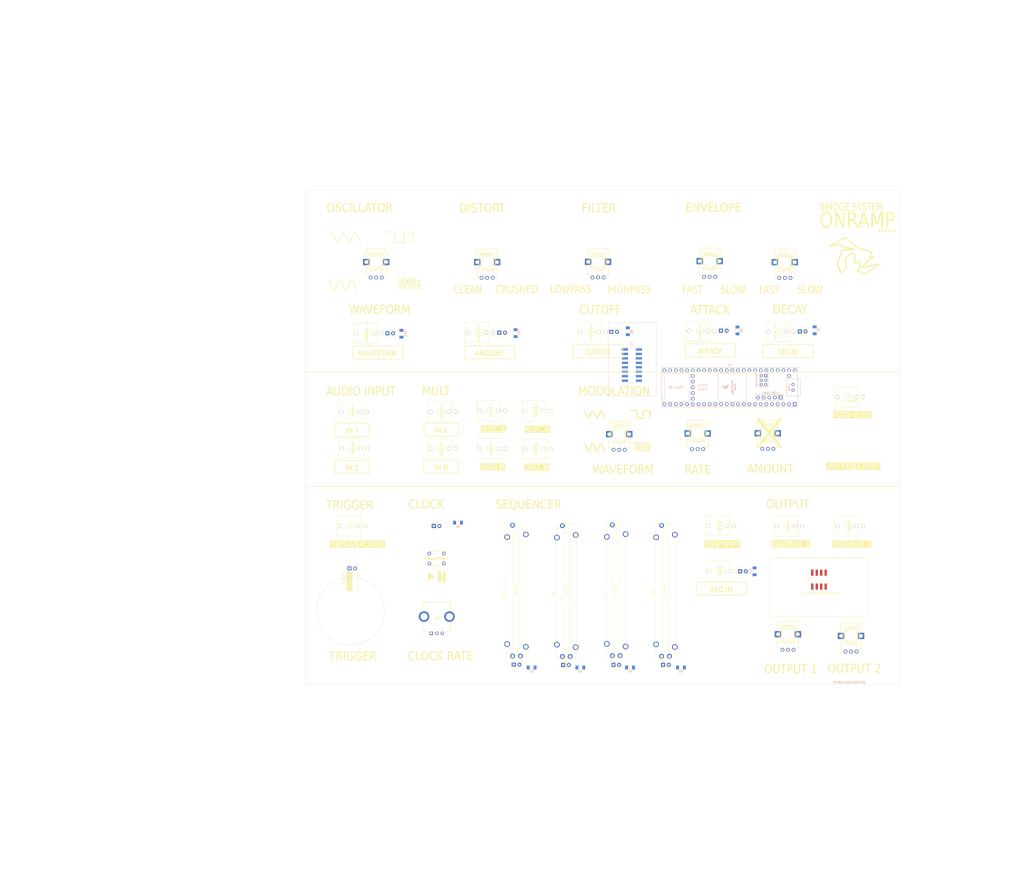
<source format=kicad_pcb>
(kicad_pcb (version 20221018) (generator pcbnew)
  (layers (0 "F.Cu" signal) (31 "B.Cu" signal) (34 "B.Paste" user) (35 "F.Paste" user) (36 "B.SilkS" user "B.Silkscreen") (37 "F.SilkS" user "F.Silkscreen") (38 "B.Mask" user) (39 "F.Mask" user) (44 "Edge.Cuts" user))
  (net 0 "")
  (net 1 "MISO")
  (net 2 "attackIN")
  (net 3 "Net-(Seq1LED1-A)")
  (net 4 "seq1LED")
  (net 5 "Net-(Seq2LED1-A)")
  (net 6 "seq2LED")
  (net 7 "Net-(Seq3LED1-A)")
  (net 8 "seq3LED")
  (net 9 "Net-(Seq4LED1-A)")
  (net 10 "seq4LED")
  (net 11 "Seq1")
  (net 12 "Seq2")
  (net 13 "Seq3")
  (net 14 "Seq4")
  (net 15 "MOSI")
  (net 16 "RS")
  (net 17 "reset")
  (net 18 "CS1")
  (net 19 "+3.3V")
  (net 20 "rotaryA")
  (net 21 "decayIN")
  (net 22 "rotaryB")
  (net 23 "filterIN")
  (net 24 "LFOOUT")
  (net 25 "seqOUT")
  (net 26 "Net-(ClockLED1-A)")
  (net 27 "shaperIN")
  (net 28 "trigOUT")
  (net 29 "waveformIN")
  (net 30 "clockLED")
  (net 31 "EnvAttack")
  (net 32 "EnvDecay")
  (net 33 "Filter")
  (net 37 "LFOAmount")
  (net 38 "LFORate")
  (net 39 "LFOWave")
  (net 40 "OscWaveform")
  (net 42 "Shaper")
  (net 51 "MCLK")
  (net 65 "GND")
  (net 66 "BLCK")
  (net 67 "DIN")
  (net 68 "DOUT")
  (net 69 "LRCLCK")
  (net 70 "SCL")
  (net 71 "SDA")
  (net 74 "Net-(out1-S)")
  (net 75 "Net-(out2-S)")
  (net 77 "clockPLAY")
  (net 80 "Net-(Mult_A_1-Pad1)")
  (net 81 "Net-(Mult_A_1-Pad3)")
  (net 85 "Net-(Mult_B_1-Pad1)")
  (net 86 "Net-(Mult_B_1-Pad3)")
  (net 90 "Headphones_L")
  (net 91 "Headphones_R")
  (net 92 "Linein_L")
  (net 93 "Linein_R")
  (net 94 "Mic")
  (net 95 "Lineout_L")
  (net 96 "Lineout_R")
  (net 97 "seqIN")
  (net 98 "Net-(LED_AttackIN1-A)")
  (net 99 "Net-(LED_DecayIN1-A)")
  (net 100 "Net-(LED_FilterIN1-A)")
  (net 101 "Net-(LED_SeqIN1-A)")
  (net 102 "Net-(LED_ShaperIN1-A)")
  (net 103 "Net-(LED_WaveformIN1-A)")
  (net 104 "Trigger")
  (net 105 "Net-(decayIN1-B)")
  (net 106 "Net-(shaperIN1-B)")
  (net 107 "Net-(filterIN1-B)")
  (net 108 "Net-(attackIN1-B)")
  (net 109 "Net-(waveformIN1-B)")
  (net 110 "Net-(seqIN2-B)")
  (footprint "Alpha potentiometer eurorack:EVUFXL" (layer "F.Cu") (at 184.7241 49.7606)
    (fp_text reference "LFOAmount1" (at 4.75 -4) (layer "F.SilkS") (effects (font (size 1.1684 1.1684) (thickness 0.1016)) (justify right bottom)))
    (fp_text value "B10k")
    (pad "1" thru_hole circle (at -2.5 7 270) (size 1.6764 1.6764) (drill 1.1) (layers "*.Cu" "*.Mask") (net 65 "GND"))
    (pad "2" thru_hole circle (at 0 7 270) (size 1.6764 1.6764) (drill 1.1) (layers "*.Cu" "*.Mask") (net 37 "LFOAmount"))
    (pad "3" thru_hole circle (at 2.5 7 270) (size 1.6764 1.6764) (drill 1.1) (layers "*.Cu" "*.Mask") (net 19 "+3.3V"))
    (pad "M1" thru_hole rect (at 4.5 0 270) (size 2.8 2.8) (drill 1.6) (layers "*.Cu" "*.Mask"))
    (pad "M2" thru_hole rect (at -4.5 0 270) (size 2.8 2.8) (drill 1.6) (layers "*.Cu" "*.Mask"))
  )
  (footprint "LED_THT:LED_D3.0mm" (layer "F.Cu") (at 163.7013 3.687)
    (fp_text reference "LED_AttackIN1" hide)
    (fp_text value "LED")
    (pad "1" thru_hole rect (at 0 0) (size 1.8 1.8) (drill 0.9) (layers "*.Cu" "*.Mask") (net 65 "GND"))
    (pad "2" thru_hole circle (at 2.54 0) (size 1.8 1.8) (drill 0.9) (layers "*.Cu" "*.Mask") (net 98 "Net-(LED_AttackIN1-A)"))
  )
  (footprint "LED_THT:LED_D3.0mm" (layer "F.Cu") (at 64.2492 4.5752)
    (fp_text reference "LED_ShaperIN1" hide)
    (fp_text value "LED")
    (pad "1" thru_hole rect (at 0 0) (size 1.8 1.8) (drill 0.9) (layers "*.Cu" "*.Mask") (net 65 "GND"))
    (pad "2" thru_hole circle (at 2.54 0) (size 1.8 1.8) (drill 0.9) (layers "*.Cu" "*.Mask") (net 102 "Net-(LED_ShaperIN1-A)"))
  )
  (footprint "LED_THT:LED_D3.0mm" (layer "F.Cu") (at 172.3187 111.7334)
    (fp_text reference "LED_SeqIN1" hide)
    (fp_text value "LED")
    (pad "1" thru_hole rect (at 0 0) (size 1.8 1.8) (drill 0.9) (layers "*.Cu" "*.Mask") (net 65 "GND"))
    (pad "2" thru_hole circle (at 2.54 0) (size 1.8 1.8) (drill 0.9) (layers "*.Cu" "*.Mask") (net 101 "Net-(LED_SeqIN1-A)"))
  )
  (footprint "Thonkiconn:PJ301M-12" (layer "F.Cu") (at 80.6397 56.7345 90)
    (fp_text reference "Mult_B_3" (at 0 0 90) (layer "F.SilkS"))
    (fp_text value "PJ301M-12")
    (pad "1" thru_hole circle (at 0 6.48 90) (size 1.8 1.8) (drill 1.6) (layers "*.Cu" "*.Mask" "F.SilkS") (net 85 "Net-(Mult_B_1-Pad1)"))
    (pad "2" thru_hole circle (at 0 3.38 90) (size 1.8 1.8) (drill 1.6) (layers "*.Cu" "*.Mask" "F.SilkS"))
    (pad "3" thru_hole circle (at 0 -4.92 90) (size 1.8 1.8) (drill 1.6) (layers "*.Cu" "*.Mask" "F.SilkS") (net 86 "Net-(Mult_B_1-Pad3)"))
  )
  (footprint "Alpha potentiometer eurorack:EVUFXL" (layer "F.Cu") (at 58.7923 -27.0544)
    (fp_text reference "Shaper1" (at -3.402413 -2.802246) (layer "F.SilkS") (effects (font (size 1.1684 1.1684) (thickness 0.1016)) (justify left bottom)))
    (fp_text value "B10k")
    (pad "1" thru_hole circle (at -2.5 7 270) (size 1.6764 1.6764) (drill 1.1) (layers "*.Cu" "*.Mask") (net 65 "GND"))
    (pad "2" thru_hole circle (at 0 7 270) (size 1.6764 1.6764) (drill 1.1) (layers "*.Cu" "*.Mask") (net 42 "Shaper"))
    (pad "3" thru_hole circle (at 2.5 7 270) (size 1.6764 1.6764) (drill 1.1) (layers "*.Cu" "*.Mask") (net 19 "+3.3V"))
    (pad "M1" thru_hole rect (at 4.5 0 270) (size 2.8 2.8) (drill 1.6) (layers "*.Cu" "*.Mask"))
    (pad "M2" thru_hole rect (at -4.5 0 270) (size 2.8 2.8) (drill 1.6) (layers "*.Cu" "*.Mask"))
  )
  (footprint "Fader Bourne Eurorack:SLIDEPOT-60" (layer "F.Cu") (at 116.7193 120.2746 90)
    (fp_text reference "TM4" (at -2.5 -5 90) (layer "F.SilkS") (effects (font (size 1.1684 1.1684) (thickness 0.1016)) (justify left bottom)))
    (fp_text value "B10K")
    (fp_text user "60MM" (at -2 0.5 90) (layer "F.SilkS") (effects (font (size 1.1684 1.1684) (thickness 0.1016)) (justify left bottom)))
    (pad "A" thru_hole circle (at -29.37 -1.75 90) (size 2.1844 2.1844) (drill 1.2) (layers "*.Cu" "*.Mask") (net 65 "GND"))
    (pad "B" thru_hole circle (at 29.37 -1.75 90) (size 2.1844 2.1844) (drill 1.2) (layers "*.Cu" "*.Mask") (net 19 "+3.3V"))
    (pad "P$1" thru_hole circle (at -24.02 -4.2 90) (size 2.54 2.54) (drill 1.7) (layers "*.Cu" "*.Mask"))
    (pad "P$2" thru_hole circle (at 24.02 -4.2 90) (size 2.54 2.54) (drill 1.7) (layers "*.Cu" "*.Mask"))
    (pad "P$3" thru_hole circle (at -25.22 4.2 90) (size 2.54 2.54) (drill 1.7) (layers "*.Cu" "*.Mask"))
    (pad "P$4" thru_hole circle (at 25.22 4.2 90) (size 2.54 2.54) (drill 1.7) (layers "*.Cu" "*.Mask"))
    (pad "WIPER" thru_hole circle (at -29.37 1.75 90) (size 2.1844 2.1844) (drill 1.2) (layers "*.Cu" "*.Mask") (net 13 "Seq3"))
  )
  (footprint "LED_THT:LED_D3.0mm" (layer "F.Cu") (at 137.7584 153.7379)
    (fp_text reference "Seq4LED1" hide)
    (fp_text value "LED")
    (pad "1" thru_hole rect (at 0 0) (size 1.8 1.8) (drill 0.9) (layers "*.Cu" "*.Mask") (net 65 "GND"))
    (pad "2" thru_hole circle (at 2.54 0) (size 1.8 1.8) (drill 0.9) (layers "*.Cu" "*.Mask") (net 9 "Net-(Seq4LED1-A)"))
  )
  (footprint "Thonkiconn:PJ301M-12" (layer "F.Cu") (at 38.2367 40.0179 90)
    (fp_text reference "Mult_A_1" (at 0 0 90) (layer "F.SilkS"))
    (fp_text value "PJ301M-12")
    (pad "1" thru_hole circle (at 0 6.48 90) (size 1.8 1.8) (drill 1.6) (layers "*.Cu" "*.Mask" "F.SilkS") (net 80 "Net-(Mult_A_1-Pad1)"))
    (pad "2" thru_hole circle (at 0 3.38 90) (size 1.8 1.8) (drill 1.6) (layers "*.Cu" "*.Mask" "F.SilkS"))
    (pad "3" thru_hole circle (at 0 -4.92 90) (size 1.8 1.8) (drill 1.6) (layers "*.Cu" "*.Mask" "F.SilkS") (net 81 "Net-(Mult_A_1-Pad3)"))
  )
  (footprint "Alpha potentiometer eurorack:EVUFXL" (layer "F.Cu") (at 108.5658 -27.2134)
    (fp_text reference "Filter1" (at -2.493304 -1.579174) (layer "F.SilkS") (effects (font (size 1.1684 1.1684) (thickness 0.1016)) (justify left bottom)))
    (fp_text value "B10k")
    (pad "1" thru_hole circle (at -2.5 7 270) (size 1.6764 1.6764) (drill 1.1) (layers "*.Cu" "*.Mask") (net 65 "GND"))
    (pad "2" thru_hole circle (at 0 7 270) (size 1.6764 1.6764) (drill 1.1) (layers "*.Cu" "*.Mask") (net 33 "Filter"))
    (pad "3" thru_hole circle (at 2.5 7 270) (size 1.6764 1.6764) (drill 1.1) (layers "*.Cu" "*.Mask") (net 19 "+3.3V"))
    (pad "M1" thru_hole rect (at 4.5 0 270) (size 2.8 2.8) (drill 1.6) (layers "*.Cu" "*.Mask"))
    (pad "M2" thru_hole rect (at -4.5 0 270) (size 2.8 2.8) (drill 1.6) (layers "*.Cu" "*.Mask"))
  )
  (footprint "Thonkiconn:PJ301M-12" (layer "F.Cu") (at 154.3775 3.8282 90)
    (fp_text reference "Attack IN1" (at 0 0 90) (layer "F.SilkS"))
    (fp_text value "PJ301M-12")
    (pad "1" thru_hole circle (at 0 6.48 90) (size 1.8 1.8) (drill 1.6) (layers "*.Cu" "*.Mask" "F.SilkS") (net 65 "GND"))
    (pad "2" thru_hole circle (at 0 3.38 90) (size 1.8 1.8) (drill 1.6) (layers "*.Cu" "*.Mask" "F.SilkS") (net 65 "GND"))
    (pad "3" thru_hole circle (at 0 -4.92 90) (size 1.8 1.8) (drill 1.6) (layers "*.Cu" "*.Mask" "F.SilkS") (net 2 "attackIN"))
  )
  (footprint "Fader Bourne Eurorack:SLIDEPOT-60" (layer "F.Cu") (at 138.82 120.5071 90)
    (fp_text reference "TM5" (at -2.5 -5 90) (layer "F.SilkS") (effects (font (size 1.1684 1.1684) (thickness 0.1016)) (justify left bottom)))
    (fp_text value "B10K")
    (fp_text user "60MM" (at -2 0.5 90) (layer "F.SilkS") (effects (font (size 1.1684 1.1684) (thickness 0.1016)) (justify left bottom)))
    (pad "A" thru_hole circle (at -29.37 -1.75 90) (size 2.1844 2.1844) (drill 1.2) (layers "*.Cu" "*.Mask") (net 65 "GND"))
    (pad "B" thru_hole circle (at 29.37 -1.75 90) (size 2.1844 2.1844) (drill 1.2) (layers "*.Cu" "*.Mask") (net 19 "+3.3V"))
    (pad "P$1" thru_hole circle (at -24.02 -4.2 90) (size 2.54 2.54) (drill 1.7) (layers "*.Cu" "*.Mask"))
    (pad "P$2" thru_hole circle (at 24.02 -4.2 90) (size 2.54 2.54) (drill 1.7) (layers "*.Cu" "*.Mask"))
    (pad "P$3" thru_hole circle (at -25.22 4.2 90) (size 2.54 2.54) (drill 1.7) (layers "*.Cu" "*.Mask"))
    (pad "P$4" thru_hole circle (at 25.22 4.2 90) (size 2.54 2.54) (drill 1.7) (layers "*.Cu" "*.Mask"))
    (pad "WIPER" thru_hole circle (at -29.37 1.75 90) (size 2.1844 2.1844) (drill 1.2) (layers "*.Cu" "*.Mask") (net 14 "Seq4"))
  )
  (footprint "Thonkiconn:PJ301M-12" (layer "F.Cu") (at 60.4167 39.6102 90)
    (fp_text reference "Mult_A_2" (at 0 0 90) (layer "F.SilkS"))
    (fp_text value "PJ301M-12")
    (pad "1" thru_hole circle (at 0 6.48 90) (size 1.8 1.8) (drill 1.6) (layers "*.Cu" "*.Mask" "F.SilkS") (net 80 "Net-(Mult_A_1-Pad1)"))
    (pad "2" thru_hole circle (at 0 3.38 90) (size 1.8 1.8) (drill 1.6) (layers "*.Cu" "*.Mask" "F.SilkS"))
    (pad "3" thru_hole circle (at 0 -4.92 90) (size 1.8 1.8) (drill 1.6) (layers "*.Cu" "*.Mask" "F.SilkS") (net 81 "Net-(Mult_A_1-Pad3)"))
  )
  (footprint "Fader Bourne Eurorack:SLIDEPOT-60" (layer "F.Cu") (at 94.3025 120.6377 90)
    (fp_text reference "TM3" (at -2.5 -5 90) (layer "F.SilkS") (effects (font (size 1.1684 1.1684) (thickness 0.1016)) (justify left bottom)))
    (fp_text value "B10K")
    (fp_text user "60MM" (at -2 0.5 90) (layer "F.SilkS") (effects (font (size 1.1684 1.1684) (thickness 0.1016)) (justify left bottom)))
    (pad "A" thru_hole circle (at -29.37 -1.75 90) (size 2.1844 2.1844) (drill 1.2) (layers "*.Cu" "*.Mask") (net 65 "GND"))
    (pad "B" thru_hole circle (at 29.37 -1.75 90) (size 2.1844 2.1844) (drill 1.2) (layers "*.Cu" "*.Mask") (net 19 "+3.3V"))
    (pad "P$1" thru_hole circle (at -24.02 -4.2 90) (size 2.54 2.54) (drill 1.7) (layers "*.Cu" "*.Mask"))
    (pad "P$2" thru_hole circle (at 24.02 -4.2 90) (size 2.54 2.54) (drill 1.7) (layers "*.Cu" "*.Mask"))
    (pad "P$3" thru_hole circle (at -25.22 4.2 90) (size 2.54 2.54) (drill 1.7) (layers "*.Cu" "*.Mask"))
    (pad "P$4" thru_hole circle (at 25.22 4.2 90) (size 2.54 2.54) (drill 1.7) (layers "*.Cu" "*.Mask"))
    (pad "WIPER" thru_hole circle (at -29.37 1.75 90) (size 2.1844 2.1844) (drill 1.2) (layers "*.Cu" "*.Mask") (net 12 "Seq2"))
  )
  (footprint "LED_THT:LED_D3.0mm" (layer "F.Cu") (at 92.885 153.8139)
    (fp_text reference "Seq2LED1" hide)
    (fp_text value "LED")
    (pad "1" thru_hole rect (at 0 0) (size 1.8 1.8) (drill 0.9) (layers "*.Cu" "*.Mask") (net 65 "GND"))
    (pad "2" thru_hole circle (at 2.54 0) (size 1.8 1.8) (drill 0.9) (layers "*.Cu" "*.Mask") (net 5 "Net-(Seq2LED1-A)"))
  )
  (footprint "Thonkiconn:PJ301M-12" (layer "F.Cu") (at 220.98 91.44 90)
    (fp_text reference "Output2" (at 0 0 90) (layer "F.SilkS"))
    (fp_text value "PJ301M-12 STEREO R")
    (pad "1" thru_hole circle (at 0 6.48 90) (size 1.8 1.8) (drill 1.6) (layers "*.Cu" "*.Mask" "F.SilkS") (net 65 "GND"))
    (pad "2" thru_hole circle (at 0 3.38 90) (size 1.8 1.8) (drill 1.6) (layers "*.Cu" "*.Mask" "F.SilkS") (net 75 "Net-(out2-S)"))
    (pad "3" thru_hole circle (at 0 -4.92 90) (size 1.8 1.8) (drill 1.6) (layers "*.Cu" "*.Mask" "F.SilkS") (net 75 "Net-(out2-S)"))
  )
  (footprint "Alpha potentiometer eurorack:EVUFXL" (layer "F.Cu") (at 193.7712 139.9833)
    (fp_text reference "out1" (at -2.138487 -3.471258) (layer "F.SilkS") (effects (font (size 1.1684 1.1684) (thickness 0.1016)) (justify left bottom)))
    (fp_text value "A10k")
    (pad "1" thru_hole circle (at -2.5 7 270) (size 1.6764 1.6764) (drill 1.1) (layers "*.Cu" "*.Mask") (net 65 "GND"))
    (pad "2" thru_hole circle (at 0 7 270) (size 1.6764 1.6764) (drill 1.1) (layers "*.Cu" "*.Mask") (net 74 "Net-(out1-S)"))
    (pad "3" thru_hole circle (at 2.5 7 270) (size 1.6764 1.6764) (drill 1.1) (layers "*.Cu" "*.Mask") (net 90 "Headphones_L"))
    (pad "M1" thru_hole rect (at 4.5 0 270) (size 2.8 2.8) (drill 1.6) (layers "*.Cu" "*.Mask"))
    (pad "M2" thru_hole rect (at -4.5 0 270) (size 2.8 2.8) (drill 1.6) (layers "*.Cu" "*.Mask"))
  )
  (footprint "Thonkiconn:PJ301M-12" (layer "F.Cu") (at 80.7094 39.6321 90)
    (fp_text reference "Mult_A_3" (at 0 0 90) (layer "F.SilkS"))
    (fp_text value "PJ301M-12")
    (pad "1" thru_hole circle (at 0 6.48 90) (size 1.8 1.8) (drill 1.6) (layers "*.Cu" "*.Mask" "F.SilkS") (net 80 "Net-(Mult_A_1-Pad1)"))
    (pad "2" thru_hole circle (at 0 3.38 90) (size 1.8 1.8) (drill 1.6) (layers "*.Cu" "*.Mask" "F.SilkS"))
    (pad "3" thru_hole circle (at 0 -4.92 90) (size 1.8 1.8) (drill 1.6) (layers "*.Cu" "*.Mask" "F.SilkS") (net 81 "Net-(Mult_A_1-Pad3)"))
  )
  (footprint "Thonkiconn:PJ301M-12" (layer "F.Cu") (at 163.2953 111.6772 90)
    (fp_text reference "seqIN1" (at 0 0 90) (layer "F.SilkS"))
    (fp_text value "PJ301M-12")
    (pad "1" thru_hole circle (at 0 6.48 90) (size 1.8 1.8) (drill 1.6) (layers "*.Cu" "*.Mask" "F.SilkS") (net 65 "GND"))
    (pad "2" thru_hole circle (at 0 3.38 90) (size 1.8 1.8) (drill 1.6) (layers "*.Cu" "*.Mask" "F.SilkS") (net 65 "GND"))
    (pad "3" thru_hole circle (at 0 -4.92 90) (size 1.8 1.8) (drill 1.6) (layers "*.Cu" "*.Mask" "F.SilkS") (net 97 "seqIN"))
  )
  (footprint "Thonkiconn:PJ301M-12" (layer "F.Cu") (at 220.9632 33.4988 90)
    (fp_text reference "LFO Out1" (at -1.8 0) (layer "F.SilkS"))
    (fp_text value "PJ301M-12")
    (pad "1" thru_hole circle (at 0 6.48 90) (size 1.8 1.8) (drill 1.6) (layers "*.Cu" "*.Mask" "F.SilkS") (net 65 "GND"))
    (pad "2" thru_hole circle (at 0 3.38 90) (size 1.8 1.8) (drill 1.6) (layers "*.Cu" "*.Mask" "F.SilkS"))
    (pad "3" thru_hole circle (at 0 -4.92 90) (size 1.8 1.8) (drill 1.6) (layers "*.Cu" "*.Mask" "F.SilkS") (net 24 "LFOOUT"))
  )
  (footprint "LED_THT:LED_D3.0mm" (layer "F.Cu") (at 199.1143 4.0667)
    (fp_text reference "LED_DecayIN1" hide)
    (fp_text value "LED")
    (pad "1" thru_hole rect (at 0 0) (size 1.8 1.8) (drill 0.9) (layers "*.Cu" "*.Mask") (net 65 "GND"))
    (pad "2" thru_hole circle (at 2.54 0) (size 1.8 1.8) (drill 0.9) (layers "*.Cu" "*.Mask") (net 99 "Net-(LED_DecayIN1-A)"))
  )
  (footprint "Alpha potentiometer eurorack:EVUFXL" (layer "F.Cu") (at 192.3834 -27.0218)
    (fp_text reference "EnvDecay1" (at -3.9 -2.05) (layer "F.SilkS") (effects (font (size 1.1684 1.1684) (thickness 0.1016)) (justify left bottom)))
    (fp_text value "B10k")
    (pad "1" thru_hole circle (at -2.5 7 270) (size 1.6764 1.6764) (drill 1.1) (layers "*.Cu" "*.Mask") (net 65 "GND"))
    (pad "2" thru_hole circle (at 0 7 270) (size 1.6764 1.6764) (drill 1.1) (layers "*.Cu" "*.Mask") (net 32 "EnvDecay"))
    (pad "3" thru_hole circle (at 2.5 7 270) (size 1.6764 1.6764) (drill 1.1) (layers "*.Cu" "*.Mask") (net 19 "+3.3V"))
    (pad "M1" thru_hole rect (at 4.5 0 270) (size 2.8 2.8) (drill 1.6) (layers "*.Cu" "*.Mask"))
    (pad "M2" thru_hole rect (at -4.5 0 270) (size 2.8 2.8) (drill 1.6) (layers "*.Cu" "*.Mask"))
  )
  (footprint "LED_THT:LED_D3.0mm" (layer "F.Cu") (at 70.717 153.6478)
    (fp_text reference "Seq1LED1" hide)
    (fp_text value "LED")
    (pad "1" thru_hole rect (at 0 0) (size 1.8 1.8) (drill 0.9) (layers "*.Cu" "*.Mask") (net 65 "GND"))
    (pad "2" thru_hole circle (at 2.54 0) (size 1.8 1.8) (drill 0.9) (layers "*.Cu" "*.Mask") (net 3 "Net-(Seq1LED1-A)"))
  )
  (footprint "Thonkiconn:PJ301M-12" (layer "F.Cu") (at 193.6634 91.504 90)
    (fp_text reference "Output1" (at 0 0 90) (layer "F.SilkS"))
    (fp_text value "PJ301M-12 STEREO L")
    (pad "1" thru_hole circle (at 0 6.48 90) (size 1.8 1.8) (drill 1.6) (layers "*.Cu" "*.Mask" "F.SilkS") (net 65 "GND"))
    (pad "2" thru_hole circle (at 0 3.38 90) (size 1.8 1.8) (drill 1.6) (layers "*.Cu" "*.Mask" "F.SilkS") (net 74 "Net-(out1-S)"))
    (pad "3" thru_hole circle (at 0 -4.92 90) (size 1.8 1.8) (drill 1.6) (layers "*.Cu" "*.Mask" "F.SilkS") (net 74 "Net-(out1-S)"))
  )
  (footprint "LED_THT:LED_D3.0mm" (layer "F.Cu") (at 115.4955 153.7379)
    (fp_text reference "Seq3LED1" hide)
    (fp_text value "LED")
    (pad "1" thru_hole rect (at 0 0) (size 1.8 1.8) (drill 0.9) (layers "*.Cu" "*.Mask") (net 65 "GND"))
    (pad "2" thru_hole circle (at 2.54 0) (size 1.8 1.8) (drill 0.9) (layers "*.Cu" "*.Mask") (net 7 "Net-(Seq3LED1-A)"))
  )
  (footprint "Thonkiconn:PJ301M-12" (layer "F.Cu") (at -2.54 91.44 90)
    (fp_text reference "Trig OUT1" hide)
    (fp_text value "PJ301M-12")
    (pad "1" thru_hole circle (at 0 6.48 90) (size 1.8 1.8) (drill 1.6) (layers "*.Cu" "*.Mask" "F.SilkS") (net 65 "GND"))
    (pad "2" thru_hole circle (at 0 3.38 90) (size 1.8 1.8) (drill 1.6) (layers "*.Cu" "*.Mask" "F.SilkS"))
    (pad "3" thru_hole circle (at 0 -4.92 90) (size 1.8 1.8) (drill 1.6) (layers "*.Cu" "*.Mask" "F.SilkS") (net 28 "trigOUT"))
  )
  (footprint "Thonkiconn:PJ301M-12" (layer "F.Cu") (at -1.7282 40.0434 90)
    (fp_text reference "LineIn_L1" (at 0 0 90) (layer "F.SilkS"))
    (fp_text value "PJ301M-12")
    (pad "1" thru_hole circle (at 0 6.48 90) (size 1.8 1.8) (drill 1.6) (layers "*.Cu" "*.Mask" "F.SilkS") (net 65 "GND"))
    (pad "2" thru_hole circle (at 0 3.38 90) (size 1.8 1.8) (drill 1.6) (layers "*.Cu" "*.Mask" "F.SilkS"))
    (pad "3" thru_hole circle (at 0 -4.92 90) (size 1.8 1.8) (drill 1.6) (layers "*.Cu" "*.Mask" "F.SilkS") (net 92 "Linein_L"))
  )
  (footprint "Alpha potentiometer eurorack:EVUFXL" (layer "F.Cu") (at 158.6236 -27.4989)
    (fp_text reference "EnvAttack1" (at -3.9 -2.05) (layer "F.SilkS") (effects (font (size 1.1684 1.1684) (thickness 0.1016)) (justify left bottom)))
    (fp_text value "B10k")
    (pad "1" thru_hole circle (at -2.5 7 270) (size 1.6764 1.6764) (drill 1.1) (layers "*.Cu" "*.Mask") (net 65 "GND"))
    (pad "2" thru_hole circle (at 0 7 270) (size 1.6764 1.6764) (drill 1.1) (layers "*.Cu" "*.Mask") (net 31 "EnvAttack"))
    (pad "3" thru_hole circle (at 2.5 7 270) (size 1.6764 1.6764) (drill 1.1) (layers "*.Cu" "*.Mask") (net 19 "+3.3V"))
    (pad "M1" thru_hole rect (at 4.5 0 270) (size 2.8 2.8) (drill 1.6) (layers "*.Cu" "*.Mask"))
    (pad "M2" thru_hole rect (at -4.5 0 270) (size 2.8 2.8) (drill 1.6) (layers "*.Cu" "*.Mask"))
  )
  (footprint "PEC11R4015KN0024:PEC11R4015KN0024" (layer "F.Cu") (at 33.68 139.58)
    (fp_text reference "U2" (at 2.5 -6.725) (layer "F.SilkS") (effects (font (size 1.27 1.27) (thickness 0.254))))
    (fp_text value "PEC11R-4015K-N0024" hide)
    (pad "A1" thru_hole rect (at 0 0) (size 1.5 1.5) (drill 1) (layers "*.Cu" "*.Mask") (net 20 "rotaryA"))
    (pad "B1" thru_hole circle (at 5 0) (size 1.5 1.5) (drill 1) (layers "*.Cu" "*.Mask") (net 22 "rotaryB"))
    (pad "C1" thru_hole circle (at 2.5 0) (size 1.5 1.5) (drill 1) (layers "*.Cu" "*.Mask") (net 65 "GND"))
    (pad "MH1" thru_hole circle (at -3.2 -7.5) (size 4.74 4.74) (drill 3.16) (layers "*.Cu" "*.Mask"))
    (pad "MH2" thru_hole circle (at 8.2 -7.5) (size 4.74 4.74) (drill 3.16) (layers "*.Cu" "*.Mask"))
  )
  (footprint "Alpha potentiometer eurorack:EVUFXL" (layer "F.Cu") (at 222.0832 140.7666)
    (fp_text reference "out2" (at 0 -3.575) (layer "F.SilkS") (effects (font (size 1.1684 1.1684) (thickness 0.1016)) (justify left bottom)))
    (fp_text value "A10k")
    (pad "1" thru_hole circle (at -2.5 7 270) (size 1.6764 1.6764) (drill 1.1) (layers "*.Cu" "*.Mask") (net 65 "GND"))
    (pad "2" thru_hole circle (at 0 7 270) (size 1.6764 1.6764) (drill 1.1) (layers "*.Cu" "*.Mask") (net 75 "Net-(out2-S)"))
    (pad "3" thru_hole circle (at 2.5 7 270) (size 1.6764 1.6764) (drill 1.1) (layers "*.Cu" "*.Mask") (net 91 "Headphones_R"))
    (pad "M1" thru_hole rect (at 4.5 0 270) (size 2.8 2.8) (drill 1.6) (layers "*.Cu" "*.Mask"))
    (pad "M2" thru_hole rect (at -4.5 0 270) (size 2.8 2.8) (drill 1.6) (layers "*.Cu" "*.Mask"))
  )
  (footprint "Thonkiconn:PJ301M-12" (layer "F.Cu") (at -1.5177 56.4963 90)
    (fp_text reference "LineIn_R1" (at 0 0 90) (layer "F.SilkS"))
    (fp_text value "PJ301M-12")
    (pad "1" thru_hole circle (at 0 6.48 90) (size 1.8 1.8) (drill 1.6) (layers "*.Cu" "*.Mask" "F.SilkS") (net 65 "GND"))
    (pad "2" thru_hole circle (at 0 3.38 90) (size 1.8 1.8) (drill 1.6) (layers "*.Cu" "*.Mask" "F.SilkS"))
    (pad "3" thru_hole circle (at 0 -4.92 90) (size 1.8 1.8) (drill 1.6) (layers "*.Cu" "*.Mask" "F.SilkS") (net 93 "Linein_R"))
  )
  (footprint "Alpha potentiometer eurorack:EVUFXL" (layer "F.Cu") (at 9.0188 -27.1506)
    (fp_text reference "OscWaveform1" (at -6.124887 -3.069069) (layer "F.SilkS") (effects (font (size 1.1684 1.1684) (thickness 0.1016)) (justify left bottom)))
    (fp_text value "B10k")
    (pad "1" thru_hole circle (at -2.5 7 270) (size 1.6764 1.6764) (drill 1.1) (layers "*.Cu" "*.Mask") (net 65 "GND"))
    (pad "2" thru_hole circle (at 0 7 270) (size 1.6764 1.6764) (drill 1.1) (layers "*.Cu" "*.Mask") (net 40 "OscWaveform"))
    (pad "3" thru_hole circle (at 2.5 7 270) (size 1.6764 1.6764) (drill 1.1) (layers "*.Cu" "*.Mask") (net 19 "+3.3V"))
    (pad "M1" thru_hole rect (at 4.5 0 270) (size 2.8 2.8) (drill 1.6) (layers "*.Cu" "*.Mask"))
    (pad "M2" thru_hole rect (at -4.5 0 270) (size 2.8 2.8) (drill 1.6) (layers "*.Cu" "*.Mask"))
  )
  (footprint "Connector_PinSocket_2.00mm:PinSocket_2x04_P2.00mm_Vertical_SMD" (layer "F.Cu") (at 207.6997 115.4779 90)
    (fp_text reference "J1" (at 0 -5.5 90) (layer "F.SilkS"))
    (fp_text value "LCD Screen Connector" (at -6.12055 0.417604 180) (layer "F.SilkS"))
    (pad "1" smd rect (at 3.125 -3 90) (size 2.75 1) (layers "F.Cu" "F.Paste" "F.Mask") (net 19 "+3.3V"))
    (pad "2" smd rect (at -3.125 -3 90) (size 2.75 1) (layers "F.Cu" "F.Paste" "F.Mask") (net 18 "CS1"))
    (pad "3" smd rect (at 3.125 -1 90) (size 2.75 1) (layers "F.Cu" "F.Paste" "F.Mask") (net 19 "+3.3V"))
    (pad "4" smd rect (at -3.125 -1 90) (size 2.75 1) (layers "F.Cu" "F.Paste" "F.Mask") (net 1 "MISO"))
    (pad "5" smd rect (at 3.125 1 90) (size 2.75 1) (layers "F.Cu" "F.Paste" "F.Mask") (net 17 "reset"))
    (pad "6" smd rect (at -3.125 1 90) (size 2.75 1) (layers "F.Cu" "F.Paste" "F.Mask") (net 16 "RS"))
    (pad "7" smd rect (at 3.125 3 90) (size 2.75 1) (layers "F.Cu" "F.Paste" "F.Mask") (net 15 "MOSI"))
    (pad "8" smd rect (at -3.125 3 90) (size 2.75 1) (layers "F.Cu" "F.Paste" "F.Mask") (net 65 "GND"))
  )
  (footprint "Thonkiconn:PJ301M-12" (layer "F.Cu") (at 60.4983 56.6529 90)
    (fp_text reference "Mult_B_2" (at 0 0 90) (layer "F.SilkS"))
    (fp_text value "PJ301M-12")
    (pad "1" thru_hole circle (at 0 6.48 90) (size 1.8 1.8) (drill 1.6) (layers "*.Cu" "*.Mask" "F.SilkS") (net 85 "Net-(Mult_B_1-Pad1)"))
    (pad "2" thru_hole circle (at 0 3.38 90) (size 1.8 1.8) (drill 1.6) (layers "*.Cu" "*.Mask" "F.SilkS"))
    (pad "3" thru_hole circle (at 0 -4.92 90) (size 1.8 1.8) (drill 1.6) (layers "*.Cu" "*.Mask" "F.SilkS") (net 86 "Net-(Mult_B_1-Pad3)"))
  )
  (footprint "Thonkiconn:PJ301M-12" (layer "F.Cu") (at 163.0384 91.2427 90)
    (fp_text reference "Seq OUT1" (at 0 0 90) (layer "F.SilkS"))
    (fp_text value "PJ301M-12")
    (pad "1" thru_hole circle (at 0 6.48 90) (size 1.8 1.8) (drill 1.6) (layers "*.Cu" "*.Mask" "F.SilkS") (net 65 "GND"))
    (pad "2" thru_hole circle (at 0 3.38 90) (size 1.8 1.8) (drill 1.6) (layers "*.Cu" "*.Mask" "F.SilkS"))
    (pad "3" thru_hole circle (at 0 -4.92 90) (size 1.8 1.8) (drill 1.6) (layers "*.Cu" "*.Mask" "F.SilkS") (net 25 "seqOUT"))
  )
  (footprint "Thonkiconn:PJ301M-12" (layer "F.Cu") (at 5.0729 4.8514 90)
    (fp_text reference "Waveform IN1" (at 0.835513 -0.402277 90) (layer "F.SilkS"))
    (fp_text value "PJ301M-12")
    (pad "1" thru_hole circle (at 0 6.48 90) (size 1.8 1.8) (drill 1.6) (layers "*.Cu" "*.Mask" "F.SilkS") (net 65 "GND"))
    (pad "2" thru_hole circle (at 0 3.38 90) (size 1.8 1.8) (drill 1.6) (layers "*.Cu" "*.Mask" "F.SilkS") (net 65 "GND"))
    (pad "3" thru_hole circle (at 0 -4.92 90) (size 1.8 1.8) (drill 1.6) (layers "*.Cu" "*.Mask" "F.SilkS") (net 29 "waveformIN"))
  )
  (footprint "Thonkiconn:PJ301M-12" (layer "F.Cu") (at 54.8464 4.543 90)
    (fp_text reference "Shaper IN1" (at 0 0 90) (layer "F.SilkS"))
    (fp_text value "PJ301M-12")
    (pad "1" thru_hole circle (at 0 6.48 90) (size 1.8 1.8) (drill 1.6) (layers "*.Cu" "*.Mask" "F.SilkS") (net 65 "GND"))
    (pad "2" thru_hole circle (at 0 3.38 90) (size 1.8 1.8) (drill 1.6) (layers "*.Cu" "*.Mask" "F.SilkS") (net 65 "GND"))
    (pad "3" thru_hole circle (at 0 -4.92 90) (size 1.8 1.8) (drill 1.6) (layers "*.Cu" "*.Mask" "F.SilkS") (net 27 "shaperIN"))
  )
  (footprint "LED_THT:LED_D3.0mm" (layer "F.Cu") (at 114.5152 4.1999)
    (fp_text reference "LED_FilterIN1" hide)
    (fp_text value "LED")
    (pad "1" thru_hole rect (at 0 0) (size 1.8 1.8) (drill 0.9) (layers "*.Cu" "*.Mask") (net 65 "GND"))
    (pad "2" thru_hole circle (at 2.54 0) (size 1.8 1.8) (drill 0.9) (layers "*.Cu" "*.Mask") (net 100 "Net-(LED_FilterIN1-A)"))
  )
  (footprint "Thonkiconn:PJ301M-12" (layer "F.Cu") (at 38.3182 56.6163 90)
    (fp_text reference "Mult_B_1" (at 0 0 90) (layer "F.SilkS"))
    (fp_text value "PJ301M-12")
    (pad "1" thru_hole circle (at 0 6.48 90) (size 1.8 1.8) (drill 1.6) (layers "*.Cu" "*.Mask" "F.SilkS") (net 85 "Net-(Mult_B_1-Pad1)"))
    (pad "2" thru_hole circle (at 0 3.38 90) (size 1.8 1.8) (drill 1.6) (layers "*.Cu" "*.Mask" "F.SilkS"))
    (pad "3" thru_hole circle (at 0 -4.92 90) (size 1.8 1.8) (drill 1.6) (layers "*.Cu" "*.Mask" "F.SilkS") (net 86 "Net-(Mult_B_1-Pad3)"))
  )
  (footprint "LED_THT:LED_D3.0mm" (layer "F.Cu") (at 14.042 4.8914)
    (fp_text reference "LED_WaveformIN1" hide)
    (fp_text value "LED")
    (pad "1" thru_hole rect (at 0 0) (size 1.8 1.8) (drill 0.9) (layers "*.Cu" "*.Mask") (net 65 "GND"))
    (pad "2" thru_hole circle (at 2.54 0) (size 1.8 1.8) (drill 0.9) (layers "*.Cu" "*.Mask") (net 103 "Net-(LED_WaveformIN1-A)"))
  )
  (footprint "Fader Bourne Eurorack:SLIDEPOT-60" (layer "F.Cu") (at 71.9715 120.4144 90)
    (fp_text reference "TM2" (at -2.5 -5 90) (layer "F.SilkS") (effects (font (size 1.1684 1.1684) (thickness 0.1016)) (justify left bottom)))
    (fp_text value "B10K")
    (fp_text user "60MM" (at -2 0.5 90) (layer "F.SilkS") (effects (font (size 1.1684 1.1684) (thickness 0.1016)) (justify left bottom)))
    (pad "A" thru_hole circle (at -29.37 -1.75 90) (size 2.1844 2.1844) (drill 1.2) (layers "*.Cu" "*.Mask") (net 65 "GND"))
    (pad "B" thru_hole circle (at 29.37 -1.75 90) (size 2.1844 2.1844) (drill 1.2) (layers "*.Cu" "*.Mask") (net 19 "+3.3V"))
    (pad "P$1" thru_hole circle (at -24.02 -4.2 90) (size 2.54 2.54) (drill 1.7) (layers "*.Cu" "*.Mask"))
    (pad "P$2" thru_hole circle (at 24.02 -4.2 90) (size 2.54 2.54) (drill 1.7) (layers "*.Cu" "*.Mask"))
    (pad "P$3" thru_hole circle (at -25.22 4.2 90) (size 2.54 2.54) (drill 1.7) (layers "*.Cu" "*.Mask"))
    (pad "P$4" thru_hole circle (at 25.22 4.2 90) (size 2.54 2.54) (drill 1.7) (layers "*.Cu" "*.Mask"))
    (pad "WIPER" thru_hole circle (at -29.37 1.75 90) (size 2.1844 2.1844) (drill 1.2) (layers "*.Cu" "*.Mask") (net 11 "Seq1"))
  )
  (footprint "Thonkiconn:PJ301M-12" (layer "F.Cu") (at 105.574 4.2153 90)
    (fp_text reference "Filter IN1" (at 0 0 90) (layer "F.SilkS"))
    (fp_text value "PJ301M-12")
    (pad "1" thru_hole circle (at 0 6.48 90) (size 1.8 1.8) (drill 1.6) (layers "*.Cu" "*.Mask" "F.SilkS") (net 65 "GND"))
    (pad "2" thru_hole circle (at 0 3.38 90) (size 1.8 1.8) (drill 1.6) (layers "*.Cu" "*.Mask" "F.SilkS") (net 65 "GND"))
    (pad "3" thru_hole circle (at 0 -4.92 90) (size 1.8 1.8) (drill 1.6) (layers "*.Cu" "*.Mask" "F.SilkS") (net 23 "filterIN"))
  )
  (footprint "Thonkiconn:PJ301M-12" (layer "F.Cu") (at 189.835 4.1107 90)
    (fp_text reference "Decay IN1" (at 0 -1.8 90) (layer "F.SilkS"))
    (fp_text value "PJ301M-12")
    (pad "1" thru_hole circle (at 0 6.48 90) (size 1.8 1.8) (drill 1.6) (layers "*.Cu" "*.Mask" "F.SilkS") (net 65 "GND"))
    (pad "2" thru_hole circle (at 0 3.38 90) (size 1.8 1.8) (drill 1.6) (layers "*.Cu" "*.Mask" "F.SilkS") (net 65 "GND"))
    (pad "3" thru_hole circle (at 0 -4.92 90) (size 1.8 1.8) (drill 1.6) (layers "*.Cu" "*.Mask" "F.SilkS") (net 21 "decayIN"))
  )
  (footprint "LED_THT:LED_D3.0mm" (layer "F.Cu") (at 34.846 91.4033)
    (fp_text reference "ClockLED1" hide)
    (fp_text value "LED")
    (pad "1" thru_hole rect (at 0 0) (size 1.8 1.8) (drill 0.9) (layers "*.Cu" "*.Mask") (net 65 "GND"))
    (pad "2" thru_hole circle (at 2.54 0) (size 1.8 1.8) (drill 0.9) (layers "*.Cu" "*.Mask") (net 26 "Net-(ClockLED1-A)"))
  )
  (footprint "Connector_PinSocket_2.54mm:PinSocket_1x02_P2.54mm_Horizontal" (layer "F.Cu") (at -2.9933 110.4295 90)
    (fp_text reference "Trigger1" (at -4.38 -2.77 90) (layer "F.SilkS"))
    (fp_text value "Adafruit 3488")
    (pad "1" thru_hole rect (at 0 0 90) (size 1.7 1.7) (drill 1) (layers "*.Cu" "*.Mask") (net 104 "Trigger"))
    (pad "2" thru_hole oval (at 0 2.54 90) (size 1.7 1.7) (drill 1) (layers "*.Cu" "*.Mask") (net 65 "GND"))
  )
  (footprint "Alpha potentiometer eurorack:EVUFXL" (layer "F.Cu") (at 118.0469 50.182)
    (fp_text reference "LFOWave1" (at 4.75 -4) (layer "F.SilkS") (effects (font (size 1.1684 1.1684) (thickness 0.1016)) (justify right bottom)))
    (fp_text value "B10k")
    (pad "1" thru_hole circle (at -2.5 7 270) (size 1.6764 1.6764) (drill 1.1) (layers "*.Cu" "*.Mask") (net 65 "GND"))
    (pad "2" thru_hole circle (at 0 7 270) (size 1.6764 1.6764) (drill 1.1) (layers "*.Cu" "*.Mask") (net 39 "LFOWave"))
    (pad "3" thru_hole circle (at 2.5 7 270) (size 1.6764 1.6764) (drill 1.1) (layers "*.Cu" "*.Mask") (net 19 "+3.3V"))
    (pad "M1" thru_hole rect (at 4.5 0 270) (size 2.8 2.8) (drill 1.6) (layers "*.Cu" "*.Mask"))
    (pad "M2" thru_hole rect (at -4.5 0 270) (size 2.8 2.8) (drill 1.6) (layers "*.Cu" "*.Mask"))
  )
  (footprint "B3W1050:B3W1050" (layer "F.Cu") (at 39.3387 108.2727)
    (fp_text reference "ClockPlay1" (at -3.116 -2.281) (layer "F.SilkS") (effects (font (size 1.27 1.27) (thickness 0.254))))
    (fp_text value "B3W-1000" hide)
    (pad "1" thru_hole circle (at 0 -0.031) (size 1.6 1.6) (drill 1.05) (layers "*.Cu" "*.Mask"))
    (pad "2" thru_hole circle (at -6.5 -0.031) (size 1.6 1.6) (drill 1.05) (layers "*.Cu" "*.Mask") (net 77 "clockPLAY"))
    (pad "3" thru_hole circle (at 0 -4.531) (size 1.6 1.6) (drill 1.05) (layers "*.Cu" "*.Mask"))
    (pad "4" thru_hole circle (at -6.5 -4.531) (size 1.6 1.6) (drill 1.05) (layers "*.Cu" "*.Mask") (net 65 "GND"))
  )
  (footprint "Alpha potentiometer eurorack:EVUFXL" (layer "F.Cu") (at 153.2379 49.8639)
    (fp_text reference "LFORate1" (at 3.115486 -3.115486) (layer "F.SilkS") (effects (font (size 1.1684 1.1684) (thickness 0.1016)) (justify right bottom)))
    (fp_text value "B10k")
    (pad "1" thru_hole circle (at -2.5 7 270) (size 1.6764 1.6764) (drill 1.1) (layers "*.Cu" "*.Mask") (net 65 "GND"))
    (pad "2" thru_hole circle (at 0 7 270) (size 1.6764 1.6764) (drill 1.1) (layers "*.Cu" "*.Mask") (net 38 "LFORate"))
    (pad "3" thru_hole circle (at 2.5 7 270) (size 1.6764 1.6764) (drill 1.1) (layers "*.Cu" "*.Mask") (net 19 "+3.3V"))
    (pad "M1" thru_hole rect (at 4.5 0 270) (size 2.8 2.8) (drill 1.6) (layers "*.Cu" "*.Mask"))
    (pad "M2" thru_hole rect (at -4.5 0 270) (size 2.8 2.8) (drill 1.6) (layers "*.Cu" "*.Mask"))
  )
  (footprint "Resistor_SMD:R_1206_3216Metric_Pad1.30x1.75mm_HandSolder" (layer "B.Cu") (at 171.111 3.6053 90)
    (fp_text reference "R9" (at 0 1.82 90) (layer "B.SilkS") (effects (justify mirror)))
    (fp_text value "330")
    (pad "1" smd roundrect (at -1.55 0 90) (size 1.3 1.75) (layers "B.Cu" "B.Paste" "B.Mask") (roundrect_rratio 0.1923076923) (net 98 "Net-(LED_AttackIN1-A)"))
    (pad "2" smd roundrect (at 1.55 0 90) (size 1.3 1.75) (layers "B.Cu" "B.Paste" "B.Mask") (roundrect_rratio 0.1923076923) (net 108 "Net-(attackIN1-B)"))
  )
  (footprint "Resistor_SMD:R_1206_3216Metric_Pad1.30x1.75mm_HandSolder" (layer "B.Cu") (at 122.91 154.94)
    (fp_text reference "R4" (at 0 1.82) (layer "B.SilkS") (effects (justify mirror)))
    (fp_text value "330")
    (pad "1" smd roundrect (at -1.55 0) (size 1.3 1.75) (layers "B.Cu" "B.Paste" "B.Mask") (roundrect_rratio 0.1923076923) (net 7 "Net-(Seq3LED1-A)"))
    (pad "2" smd roundrect (at 1.55 0) (size 1.3 1.75) (layers "B.Cu" "B.Paste" "B.Mask") (roundrect_rratio 0.1923076923) (net 8 "seq3LED"))
  )
  (footprint "Resistor_SMD:R_1206_3216Metric_Pad1.30x1.75mm_HandSolder" (layer "B.Cu") (at 205.74 3.53 90)
    (fp_text reference "R1" (at 0 1.82 90) (layer "B.SilkS") (effects (justify mirror)))
    (fp_text value "330")
    (pad "1" smd roundrect (at -1.55 0 90) (size 1.3 1.75) (layers "B.Cu" "B.Paste" "B.Mask") (roundrect_rratio 0.1923076923) (net 99 "Net-(LED_DecayIN1-A)"))
    (pad "2" smd roundrect (at 1.55 0 90) (size 1.3 1.75) (layers "B.Cu" "B.Paste" "B.Mask") (roundrect_rratio 0.1923076923) (net 105 "Net-(decayIN1-B)"))
  )
  (footprint "Resistor_SMD:R_1206_3216Metric_Pad1.30x1.75mm_HandSolder" (layer "B.Cu") (at 121.92 3.95 90)
    (fp_text reference "R8" (at 0 1.82 90) (layer "B.SilkS") (effects (justify mirror)))
    (fp_text value "330")
    (pad "1" smd roundrect (at -1.55 0 90) (size 1.3 1.75) (layers "B.Cu" "B.Paste" "B.Mask") (roundrect_rratio 0.1923076923) (net 100 "Net-(LED_FilterIN1-A)"))
    (pad "2" smd roundrect (at 1.55 0 90) (size 1.3 1.75) (layers "B.Cu" "B.Paste" "B.Mask") (roundrect_rratio 0.1923076923) (net 107 "Net-(filterIN1-B)"))
  )
  (footprint "Resistor_SMD:R_1206_3216Metric_Pad1.30x1.75mm_HandSolder" (layer "B.Cu") (at 100.61 154.94)
    (fp_text reference "R3" (at 0 1.82) (layer "B.SilkS") (effects (justify mirror)))
    (fp_text value "330")
    (pad "1" smd roundrect (at -1.55 0) (size 1.3 1.75) (layers "B.Cu" "B.Paste" "B.Mask") (roundrect_rratio 0.1923076923) (net 5 "Net-(Seq2LED1-A)"))
    (pad "2" smd roundrect (at 1.55 0) (size 1.3 1.75) (layers "B.Cu" "B.Paste" "B.Mask") (roundrect_rratio 0.1923076923) (net 6 "seq2LED"))
  )
  (footprint "Resistor_SMD:R_1206_3216Metric_Pad1.30x1.75mm_HandSolder" (layer "B.Cu") (at 78.74 154.94)
    (fp_text reference "R2" (at 0 1.82) (layer "B.SilkS") (effects (justify mirror)))
    (fp_text value "330")
    (pad "1" smd roundrect (at -1.55 0) (size 1.3 1.75) (layers "B.Cu" "B.Paste" "B.Mask") (roundrect_rratio 0.1923076923) (net 3 "Net-(Seq1LED1-A)"))
    (pad "2" smd roundrect (at 1.55 0) (size 1.3 1.75) (layers "B.Cu" "B.Paste" "B.Mask") (roundrect_rratio 0.1923076923) (net 4 "seq1LED"))
  )
  (footprint "Resistor_SMD:R_1206_3216Metric_Pad1.30x1.75mm_HandSolder" (layer "B.Cu") (at 71.5634 4.8137 90)
    (fp_text reference "R7" (at 0 1.82 90) (layer "B.SilkS") (effects (justify mirror)))
    (fp_text value "330")
    (pad "1" smd roundrect (at -1.55 0 90) (size 1.3 1.75) (layers "B.Cu" "B.Paste" "B.Mask") (roundrect_rratio 0.1923076923) (net 102 "Net-(LED_ShaperIN1-A)"))
    (pad "2" smd roundrect (at 1.55 0 90) (size 1.3 1.75) (layers "B.Cu" "B.Paste" "B.Mask") (roundrect_rratio 0.1923076923) (net 106 "Net-(shaperIN1-B)"))
  )
  (footprint "Resistor_SMD:R_1206_3216Metric_Pad1.30x1.75mm_HandSolder" (layer "B.Cu") (at 45.72 89.89)
    (fp_text reference "R6" (at 0 1.82) (layer "B.SilkS") (effects (justify mirror)))
    (fp_text value "330")
    (pad "1" smd roundrect (at -1.55 0) (size 1.3 1.75) (layers "B.Cu" "B.Paste" "B.Mask") (roundrect_rratio 0.1923076923) (net 26 "Net-(ClockLED1-A)"))
    (pad "2" smd roundrect (at 1.55 0) (size 1.3 1.75) (layers "B.Cu" "B.Paste" "B.Mask") (roundrect_rratio 0.1923076923) (net 30 "clockLED"))
  )
  (footprint "Resistor_SMD:R_1206_3216Metric_Pad1.30x1.75mm_HandSolder" (layer "B.Cu") (at 178.79 111.76 -90)
    (fp_text reference "R11" (at 0 1.82 90) (layer "B.SilkS") (effects (justify mirror)))
    (fp_text value "330")
    (pad "1" smd roundrect (at -1.55 0 270) (size 1.3 1.75) (layers "B.Cu" "B.Paste" "B.Mask") (roundrect_rratio 0.1923076923) (net 101 "Net-(LED_SeqIN1-A)"))
    (pad "2" smd roundrect (at 1.55 0 270) (size 1.3 1.75) (layers "B.Cu" "B.Paste" "B.Mask") (roundrect_rratio 0.1923076923) (net 110 "Net-(seqIN2-B)"))
  )
  (footprint "teensy:Teensy41" (layer "B.Cu") (at 167.5892 29.1216 180)
    (fp_text reference "U1" (at 0 10.16) (layer "B.SilkS") (effects (justify mirror)))
    (fp_text value "Teensy4.1")
    (fp_text user "DVJ6A" (at -2.54 0.18 90) (layer "B.SilkS") (effects (font (size 0.7 0.7)) (justify mirror)))
    (fp_text user "USB Host" (at -18.4658 -2.4892) (layer "B.SilkS") (effects (justify mirror)))
    (fp_text user "Micro SD" (at 24.13 0) (layer "B.SilkS") (effects (justify mirror)))
    (fp_text user "Ethernet" (at -12.065 3.2766 90) (layer "B.SilkS") (effects (justify mirror)))
    (fp_text user "MIMXRT1062" (at -1.27 0 90) (layer "B.SilkS") (effects (font (size 0.7 0.7)) (justify mirror)))
    (fp_text user "USB" (at -26.67 0 90) (layer "B.SilkS") (effects (justify mirror)))
    (pad "1" thru_hole rect (at -29.21 -7.62 180) (size 1.6 1.6) (drill 1.1) (layers "*.Cu" "*.Mask") (net 65 "GND"))
    (pad "2" thru_hole circle (at -26.67 -7.62 180) (size 1.6 1.6) (drill 1.1) (layers "*.Cu" "*.Mask") (net 21 "decayIN"))
    (pad "3" thru_hole circle (at -24.13 -7.62 180) (size 1.6 1.6) (drill 1.1) (layers "*.Cu" "*.Mask") (net 1 "MISO"))
    (pad "4" thru_hole circle (at -21.59 -7.62 180) (size 1.6 1.6) (drill 1.1) (layers "*.Cu" "*.Mask") (net 104 "Trigger"))
    (pad "5" thru_hole circle (at -19.05 -7.62 180) (size 1.6 1.6) (drill 1.1) (layers "*.Cu" "*.Mask") (net 27 "shaperIN"))
    (pad "6" thru_hole circle (at -16.51 -7.62 180) (size 1.6 1.6) (drill 1.1) (layers "*.Cu" "*.Mask") (net 23 "filterIN"))
    (pad "7" thru_hole circle (at -13.97 -7.62 180) (size 1.6 1.6) (drill 1.1) (layers "*.Cu" "*.Mask") (net 2 "attackIN"))
    (pad "8" thru_hole circle (at -11.43 -7.62 180) (size 1.6 1.6) (drill 1.1) (layers "*.Cu" "*.Mask") (net 29 "waveformIN"))
    (pad "9" thru_hole circle (at -8.89 -7.62 180) (size 1.6 1.6) (drill 1.1) (layers "*.Cu" "*.Mask") (net 67 "DIN"))
    (pad "10" thru_hole circle (at -6.35 -7.62 180) (size 1.6 1.6) (drill 1.1) (layers "*.Cu" "*.Mask") (net 68 "DOUT"))
    (pad "11" thru_hole circle (at -3.81 -7.62 180) (size 1.6 1.6) (drill 1.1) (layers "*.Cu" "*.Mask") (net 97 "seqIN"))
    (pad "12" thru_hole circle (at -1.27 -7.62 180) (size 1.6 1.6) (drill 1.1) (layers "*.Cu" "*.Mask") (net 28 "trigOUT"))
    (pad "13" thru_hole circle (at 1.27 -7.62 180) (size 1.6 1.6) (drill 1.1) (layers "*.Cu" "*.Mask") (net 15 "MOSI"))
    (pad "14" thru_hole circle (at 3.81 -7.62 180) (size 1.6 1.6) (drill 1.1) (layers "*.Cu" "*.Mask") (net 25 "seqOUT"))
    (pad "15" thru_hole circle (at 6.35 -7.62 180) (size 1.6 1.6) (drill 1.1) (layers "*.Cu" "*.Mask") (net 19 "+3.3V"))
    (pad "16" thru_hole circle (at 8.89 -7.62 180) (size 1.6 1.6) (drill 1.1) (layers "*.Cu" "*.Mask") (net 11 "Seq1"))
    (pad "17" thru_hole circle (at 11.43 -7.62 180) (size 1.6 1.6) (drill 1.1) (layers "*.Cu" "*.Mask") (net 12 "Seq2"))
    (pad "18" thru_hole circle (at 13.97 -7.62 180) (size 1.6 1.6) (drill 1.1) (layers "*.Cu" "*.Mask") (net 13 "Seq3"))
    (pad "19" thru_hole circle (at 16.51 -7.62 180) (size 1.6 1.6) (drill 1.1) (layers "*.Cu" "*.Mask") (net 14 "Seq4"))
    (pad "20" thru_hole circle (at 19.05 -7.62 180) (size 1.6 1.6) (drill 1.1) (layers "*.Cu" "*.Mask") (net 24 "LFOOUT"))
    (pad "21" thru_hole circle (at 21.59 -7.62 180) (size 1.6 1.6) (drill 1.1) (layers "*.Cu" "*.Mask") (net 4 "seq1LED"))
    (pad "22" thru_hole circle (at 24.13 -7.62 180) (size 1.6 1.6) (drill 1.1) (layers "*.Cu" "*.Mask") (net 6 "seq2LED"))
    (pad "23" thru_hole circle (at 26.67 -7.62 180) (size 1.6 1.6) (drill 1.1) (layers "*.Cu" "*.Mask") (net 8 "seq3LED"))
    (pad "24" thru_hole circle (at 29.21 -7.62 180) (size 1.6 1.6) (drill 1.1) (layers "*.Cu" "*.Mask") (net 17 "reset"))
    (pad "25" thru_hole circle (at 29.21 7.62 180) (size 1.6 1.6) (drill 1.1) (layers "*.Cu" "*.Mask"))
    (pad "26" thru_hole circle (at 26.67 7.62 180) (size 1.6 1.6) (drill 1.1) (layers "*.Cu" "*.Mask") (net 77 "clockPLAY"))
    (pad "27" thru_hole circle (at 24.13 7.62 180) (size 1.6 1.6) (drill 1.1) (layers "*.Cu" "*.Mask") (net 20 "rotaryA"))
    (pad "28" thru_hole circle (at 21.59 7.62 180) (size 1.6 1.6) (drill 1.1) (layers "*.Cu" "*.Mask") (net 16 "RS"))
    (pad "29" thru_hole circle (at 19.05 7.62 180) (size 1.6 1.6) (drill 1.1) (layers "*.Cu" "*.Mask") (net 18 "CS1"))
    (pad "30" thru_hole circle (at 16.51 7.62 180) (size 1.6 1.6) (drill 1.1) (layers "*.Cu" "*.Mask") (net 22 "rotaryB"))
    (pad "31" thru_hole circle (at 13.97 7.62 180) (size 1.6 1.6) (drill 1.1) (layers "*.Cu" "*.Mask") (net 30 "clockLED"))
    (pad "32" thru_hole circle (at 11.43 7.62 180) (size 1.6 1.6) (drill 1.1) (layers "*.Cu" "*.Mask") (net 32 "EnvDecay"))
    (pad "33" thru_hole circle (at 8.89 7.62 180) (size 1.6 1.6) (drill 1.1) (layers "*.Cu" "*.Mask") (net 40 "OscWaveform"))
    (pad "34" thru_hole circle (at 6.35 7.62 180) (size 1.6 1.6) (drill 1.1) (layers "*.Cu" "*.Mask") (net 65 "GND"))
    (pad "35" thru_hole circle (at 3.81 7.62 180) (size 1.6 1.6) (drill 1.1) (layers "*.Cu" "*.Mask") (net 10 "seq4LED"))
    (pad "36" thru_hole circle (at 1.27 7.62 180) (size 1.6 1.6) (drill 1.1) (layers "*.Cu" "*.Mask") (net 39 "LFOWave"))
    (pad "37" thru_hole circle (at -1.27 7.62 180) (size 1.6 1.6) (drill 1.1) (layers "*.Cu" "*.Mask") (net 31 "EnvAttack"))
    (pad "38" thru_hole circle (at -3.81 7.62 180) (size 1.6 1.6) (drill 1.1) (layers "*.Cu" "*.Mask") (net 42 "Shaper"))
    (pad "39" thru_hole circle (at -6.35 7.62 180) (size 1.6 1.6) (drill 1.1) (layers "*.Cu" "*.Mask") (net 33 "Filter"))
    (pad "40" thru_hole circle (at -8.89 7.62 180) (size 1.6 1.6) (drill 1.1) (layers "*.Cu" "*.Mask") (net 71 "SDA"))
    (pad "41" thru_hole circle (at -11.43 7.62 180) (size 1.6 1.6) (drill 1.1) (layers "*.Cu" "*.Mask") (net 70 "SCL"))
    (pad "42" thru_hole circle (at -13.97 7.62 180) (size 1.6 1.6) (drill 1.1) (layers "*.Cu" "*.Mask") (net 69 "LRCLCK"))
    (pad "43" thru_hole circle (at -16.51 7.62 180) (size 1.6 1.6) (drill 1.1) (layers "*.Cu" "*.Mask") (net 66 "BLCK"))
    (pad "44" thru_hole circle (at -19.05 7.62 180) (size 1.6 1.6) (drill 1.1) (layers "*.Cu" "*.Mask") (net 38 "LFORate"))
    (pad "45" thru_hole circle (at -21.59 7.62 180) (size 1.6 1.6) (drill 1.1) (layers "*.Cu" "*.Mask") (net 51 "MCLK"))
    (pad "46" thru_hole circle (at -24.13 7.62 180) (size 1.6 1.6) (drill 1.1) (layers "*.Cu" "*.Mask") (net 19 "+3.3V"))
    (pad "47" thru_hole circle (at -26.67 7.62 180) (size 1.6 1.6) (drill 1.1) (layers "*.Cu" "*.Mask") (net 65 "GND"))
    (pad "48" thru_hole circle (at -29.21 7.62 180) (size 1.6 1.6) (drill 1.1) (layers "*.Cu" "*.Mask"))
    (pad "49" thru_hole circle (at -26.67 5.08 180) (size 1.6 1.6) (drill 1.1) (layers "*.Cu" "*.Mask"))
    (pad "50" thru_hole circle (at 16.51 -5.08 180) (size 1.6 1.6) (drill 1.1) (layers "*.Cu" "*.Mask"))
    (pad "51" thru_hole circle (at 16.51 -2.54 180) (size 1.6 1.6) (drill 1.1) (layers "*.Cu" "*.Mask"))
    (pad "52" thru_hole circle (at 16.51 0 180) (size 1.6 1.6) (drill 1.1) (layers "*.Cu" "*.Mask"))
    (pad "53" thru_hole circle (at 16.51 2.54 180) (size 1.6 1.6) (drill 1.1) (layers "*.Cu" "*.Mask"))
    (pad "54" thru_hole circle (at 16.51 5.08 180) (size 1.6 1.6) (drill 1.1) (layers "*.Cu" "*.Mask"))
    (pad "55" thru_hole rect (at -22.9108 -4.5692 180) (size 1.6 1.6) (drill 1.1) (layers "*.Cu" "*.Mask"))
    (pad "56" thru_hole circle (at -20.3708 -4.5692 180) (size 1.6 1.6) (drill 1.1) (layers "*.Cu" "*.Mask"))
    (pad "57" thru_hole circle (at -17.8308 -4.5692 180) (size 1.6 1.6) (drill 1.1) (layers "*.Cu" "*.Mask"))
    (pad "58" thru_hole circle (at -15.2908 -4.5692 180) (size 1.6 1.6) (drill 1.1) (layers "*.Cu" "*.Mask"))
    (pad "59" thru_hole circle (at -12.7508 -4.5692 180) (size 1.6 1.6) (drill 1.1) (layers "*.Cu" "*.Mask"))
    (pad "60" thru_hole rect (at -16.24 5.1816 180) (size 1.3 1.3) (drill 0.8) (layers "*.Cu" "*.Mask"))
    (pad "61" thru_hole circle (at -16.24 3.1816 180) (size 1.3 1.3) (drill 0.8) (layers "*.Cu" "*.Mask"))
    (pad "62" thru_hole circle (at -16.24 1.1816 180) (size 1.3 1.3) (drill 0.8) (layers "*.Cu" "*.Mask"))
    (pad "63" thru_hole circle (at -14.24 1.1816 180) (size 1.3 1.3) (drill 0.8) (layers "*.Cu" "*.Mask"))
    (pad "64" thru_hole circle (at -14.24 3.1816 180) (size 1.3 1.3) (drill 0.8) (layers "*.Cu" "*.Mask"))
    (pad "65" thru_hole circle (at -14.24 5.1816 180) (size 1.3 1.3) (drill 0.8) (layers "*.Cu" "*.Mask"))
    (pad "66" thru_hole circle (at -28.48 1.27 180) (size 1.3 1.3) (drill 0.8) (layers "*.Cu" "*.Mask"))
    (pad "67" thru_hole circle (at -28.48 -1.27 180) (size 1.3 1.3) (drill 0.8) (layers "*.Cu" "*.Mask"))
  )
  (footprint "Resistor_SMD:R_1206_3216Metric_Pad1.30x1.75mm_HandSolder" (layer "B.Cu") (at 20.32 5.08 90)
    (fp_text reference "R10" (at 0 1.82 90) (layer "B.SilkS") (effects (justify mirror)))
    (fp_text value "330")
    (pad "1" smd roundrect (at -1.55 0 90) (size 1.3 1.75) (layers "B.Cu" "B.Paste" "B.Mask") (roundrect_rratio 0.1923076923) (net 103 "Net-(LED_WaveformIN1-A)"))
    (pad "2" smd roundrect (at 1.55 0 90) (size 1.3 1.75) (layers "B.Cu" "B.Paste" "B.Mask") (roundrect_rratio 0.1923076923) (net 109 "Net-(waveformIN1-B)"))
  )
  (footprint "Resistor_SMD:R_1206_3216Metric_Pad1.30x1.75mm_HandSolder" (layer "B.Cu") (at 145.77 154.94)
    (fp_text reference "R5" (at 0 1.82) (layer "B.SilkS") (effects (justify mirror)))
    (fp_text value "330")
    (pad "1" smd roundrect (at -1.55 0) (size 1.3 1.75) (layers "B.Cu" "B.Paste" "B.Mask") (roundrect_rratio 0.1923076923) (net 9 "Net-(Seq4LED1-A)"))
    (pad "2" smd roundrect (at 1.55 0) (size 1.3 1.75) (layers "B.Cu" "B.Paste" "B.Mask") (roundrect_rratio 0.1923076923) (net 10 "seq4LED"))
  )
  (footprint "Connector_PinSocket_2.00mm:PinSocket_2x08_P2.00mm_Vertical_SMD" (layer "B.Cu") (at 123.7515 19.1367 180)
    (fp_text reference "J2" (at 0 9.5) (layer "B.SilkS") (effects (justify mirror)))
    (fp_text value "Audio Connector")
    (pad "1" smd rect (at 3.125 7 180) (size 2.75 1) (layers "B.Cu" "B.Paste" "B.Mask") (net 65 "GND"))
    (pad "2" smd rect (at -3.125 7 180) (size 2.75 1) (layers "B.Cu" "B.Paste" "B.Mask") (net 19 "+3.3V"))
    (pad "3" smd rect (at 3.125 5 180) (size 2.75 1) (layers "B.Cu" "B.Paste" "B.Mask") (net 71 "SDA"))
    (pad "4" smd rect (at -3.125 5 180) (size 2.75 1) (layers "B.Cu" "B.Paste" "B.Mask") (net 90 "Headphones_L"))
    (pad "5" smd rect (at 3.125 3 180) (size 2.75 1) (layers "B.Cu" "B.Paste" "B.Mask") (net 70 "SCL"))
    (pad "6" smd rect (at -3.125 3 180) (size 2.75 1) (layers "B.Cu" "B.Paste" "B.Mask") (net 91 "Headphones_R"))
    (pad "7" smd rect (at 3.125 1 180) (size 2.75 1) (layers "B.Cu" "B.Paste" "B.Mask") (net 51 "MCLK"))
    (pad "8" smd rect (at -3.125 1 180) (size 2.75 1) (layers "B.Cu" "B.Paste" "B.Mask") (net 92 "Linein_L"))
    (pad "9" smd rect (at 3.125 -1 180) (size 2.75 1) (layers "B.Cu" "B.Paste" "B.Mask") (net 69 "LRCLCK"))
    (pad "10" smd rect (at -3.125 -1 180) (size 2.75 1) (layers "B.Cu" "B.Paste" "B.Mask") (net 93 "Linein_R"))
    (pad "11" smd rect (at 3.125 -3 180) (size 2.75 1) (layers "B.Cu" "B.Paste" "B.Mask") (net 68 "DOUT"))
    (pad "12" smd rect (at -3.125 -3 180) (size 2.75 1) (layers "B.Cu" "B.Paste" "B.Mask") (net 94 "Mic"))
    (pad "13" smd rect (at 3.125 -5 180) (size 2.75 1) (layers "B.Cu" "B.Paste" "B.Mask") (net 67 "DIN"))
    (pad "14" smd rect (at -3.125 -5 180) (size 2.75 1) (layers "B.Cu" "B.Paste" "B.Mask") (net 95 "Lineout_L"))
    (pad "15" smd rect (at 3.125 -7 180) (size 2.75 1) (layers "B.Cu" "B.Paste" "B.Mask") (net 66 "BLCK"))
    (pad "16" smd rect (at -3.125 -7 180) (size 2.75 1) (layers "B.Cu" "B.Paste" "B.Mask") (net 96 "Lineout_R"))
  )
  (gr_rect (start 113.08235 0) (end 134.62 33.08488) (stroke (width 0.1)) (fill none) (layer "B.SilkS"))
  (gr_curve (pts (xy 230.773576 -31.869197) (xy 230.724188 -31.876252) (xy 230.672148 -31.880663) (xy 230.623641 -31.89301)) (stroke (width 0.5)) (layer "F.SilkS"))
  (gr_curve (pts (xy 216.79564 -23.986378) (xy 216.934988 -23.623898) (xy 217.060222 -23.257891) (xy 217.205744 -22.899822)) (stroke (width 0.5)) (layer "F.SilkS"))
  (gr_line (start 105.854546 54.633888) (end 106.078507 54.561643) (stroke (width 0.5)) (layer "F.SilkS"))
  (gr_curve (pts (xy 230.078602 -22.993308) (xy 230.388163 -23.174989) (xy 230.699493 -23.355787) (xy 231.00641 -23.542759)) (stroke (width 0.5)) (layer "F.SilkS"))
  (gr_curve (pts (xy 220.384272 -37.595662) (xy 220.158494 -37.789689) (xy 219.938889 -37.989892) (xy 219.705174 -38.177745)) (stroke (width 0.5)) (layer "F.SilkS"))
  (gr_curve (pts (xy 227.050888 -24.723683) (xy 227.061473 -24.745732) (xy 227.067646 -24.775718) (xy 227.083519 -24.795121)) (stroke (width 0.5)) (layer "F.SilkS"))
  (gr_curve (pts (xy 217.499432 -35.210884) (xy 217.272772 -35.006273) (xy 217.038172 -34.811364) (xy 216.810631 -34.606753)) (stroke (width 0.5)) (layer "F.SilkS"))
  (gr_line (start 106.772064 55.190178) (end 106.887656 55.681447) (stroke (width 0.5)) (layer "F.SilkS"))
  (gr_curve (pts (xy 231.634352 -29.643169) (xy 231.585845 -29.793981) (xy 231.531168 -29.940384) (xy 231.487949 -30.08855)) (stroke (width 0.5)) (layer "F.SilkS"))
  (gr_curve (pts (xy 223.217957 -32.936349) (xy 223.200318 -32.924002) (xy 223.181797 -32.902835) (xy 223.162395 -32.901072)) (stroke (width 0.5)) (layer "F.SilkS"))
  (gr_curve (pts (xy 221.967361 -36.233939) (xy 221.640161 -36.51528) (xy 221.314724 -36.79662) (xy 220.990168 -37.077961)) (stroke (width 0.5)) (layer "F.SilkS"))
  (gr_curve (pts (xy 225.699751 -33.289128) (xy 225.453686 -33.342044) (xy 225.234082 -33.426711) (xy 225.045348 -33.593398)) (stroke (width 0.5)) (layer "F.SilkS"))
  (gr_curve (pts (xy 218.884966 -23.246427) (xy 219.097515 -23.419287) (xy 219.301244 -23.600968) (xy 219.50762 -23.777357)) (stroke (width 0.5)) (layer "F.SilkS"))
  (gr_line (start -2.107957 -19.097815) (end -2.627383 -18.831767) (stroke (width 0.25)) (layer "F.SilkS"))
  (gr_curve (pts (xy 217.413883 -35.332593) (xy 217.464153 -35.345821) (xy 217.52236 -35.329065) (xy 217.577041 -35.327301)) (stroke (width 0.5)) (layer "F.SilkS"))
  (gr_curve (pts (xy 215.97102 -26.088051) (xy 216.054806 -25.828759) (xy 216.165931 -25.577405) (xy 216.264708 -25.324287)) (stroke (width 0.5)) (layer "F.SilkS"))
  (gr_curve (pts (xy 216.696862 -28.239996) (xy 216.585738 -27.925141) (xy 216.469321 -27.612933) (xy 216.358193 -27.298078)) (stroke (width 0.5)) (layer "F.SilkS"))
  (gr_curve (pts (xy 213.210533 -34.240745) (xy 213.358703 -34.276905) (xy 213.505987 -34.313946) (xy 213.655035 -34.353634)) (stroke (width 0.5)) (layer "F.SilkS"))
  (gr_curve (pts (xy 229.530916 -27.454183) (xy 229.882811 -27.637627) (xy 230.236471 -27.814017) (xy 230.587487 -27.998343)) (stroke (width 0.5)) (layer "F.SilkS"))
  (gr_line (start -5.895962 -16.145958) (end -6.187347 -16.994775) (stroke (width 0.25)) (layer "F.SilkS"))
  (gr_curve (pts (xy 218.539245 -33.976162) (xy 218.687411 -33.940884) (xy 218.83734 -33.910899) (xy 218.988154 -33.876502)) (stroke (width 0.5)) (layer "F.SilkS"))
  (gr_curve (pts (xy 230.587487 -27.998343) (xy 230.933208 -28.180023) (xy 230.92615 -28.172085) (xy 230.749763 -28.508106)) (stroke (width 0.5)) (layer "F.SilkS"))
  (gr_curve (pts (xy 215.104952 -35.76651) (xy 214.645459 -35.515156) (xy 214.187729 -35.2638) (xy 213.726473 -35.014211)) (stroke (width 0.5)) (layer "F.SilkS"))
  (gr_curve (pts (xy 231.742832 -29.278044) (xy 231.722545 -29.401516) (xy 231.673157 -29.52146) (xy 231.634352 -29.643169)) (stroke (width 0.5)) (layer "F.SilkS"))
  (gr_line (start -6.187347 -16.994775) (end -6.390049 -17.856261) (stroke (width 0.25)) (layer "F.SilkS"))
  (gr_curve (pts (xy 232.010063 -24.13278) (xy 232.270235 -24.288003) (xy 232.526881 -24.449398) (xy 232.786172 -24.603739)) (stroke (width 0.5)) (layer "F.SilkS"))
  (gr_line (start 125.8668 56.975954) (end 125.373681 56.156617) (stroke (width 0.5) (type dot)) (layer "F.SilkS"))
  (gr_line (start -9.341906 -15.056432) (end -9.741864 -14.614793) (stroke (width 0.25)) (layer "F.SilkS"))
  (gr_line (start 103.362078 56.288309) (end 103.57159 56.960192) (stroke (width 0.5)) (layer "F.SilkS"))
  (gr_line (start 126.222543 55.725923) (end 131.996657 56.745781) (stroke (width 0.5) (type dot)) (layer "F.SilkS"))
  (gr_curve (pts (xy 234.178764 -25.43453) (xy 234.438936 -25.58887) (xy 234.702634 -25.738801) (xy 234.960161 -25.896669)) (stroke (width 0.5)) (layer "F.SilkS"))
  (gr_line (start 106.078507 54.561643) (end 106.374714 54.597766) (stroke (width 0.5)) (layer "F.SilkS"))
  (gr_line (start 110.145926 54.554418) (end 110.261519 54.742257) (stroke (width 0.5)) (layer "F.SilkS"))
  (gr_curve (pts (xy 226.927417 -32.942523) (xy 226.748383 -32.992794) (xy 226.57023 -33.034245) (xy 226.392078 -33.085398)) (stroke (width 0.5)) (layer "F.SilkS"))
  (gr_line (start 106.074648 39.60765) (end 108.021454 42.80295) (stroke (width 0.5)) (layer "F.SilkS"))
  (gr_line (start 104.864784 57.083009) (end 105.218786 56.172716) (stroke (width 0.5)) (layer "F.SilkS"))
  (gr_line (start 106.67092 54.901197) (end 106.772064 55.190178) (stroke (width 0.5)) (layer "F.SilkS"))
  (gr_line (start 26.340534 -18.796745) (end 27.375472 -17.183459) (stroke (width 0.5) (type dot)) (layer "F.SilkS"))
  (gr_line (start 106.887656 55.681447) (end 107.277782 56.887946) (stroke (width 0.5)) (layer "F.SilkS"))
  (gr_line (start 126.021998 42.972238) (end 128.857563 42.972238) (stroke (width 0.5)) (layer "F.SilkS"))
  (gr_curve (pts (xy 219.50762 -23.777357) (xy 219.590521 -23.847031) (xy 219.670777 -23.918467) (xy 219.760737 -23.976676)) (stroke (width 0.5)) (layer "F.SilkS"))
  (gr_curve (pts (xy 234.779368 -26.193003) (xy 234.744971 -26.181537) (xy 234.712337 -26.166545) (xy 234.677939 -26.163016)) (stroke (width 0.5)) (layer "F.SilkS"))
  (gr_curve (pts (xy 225.045348 -33.593398) (xy 224.844264 -33.771551) (xy 224.636125 -33.944413) (xy 224.433278 -34.119038)) (stroke (width 0.5)) (layer "F.SilkS"))
  (gr_curve (pts (xy 230.653631 -25.406308) (xy 230.45872 -25.367503) (xy 230.266454 -25.318113) (xy 230.070662 -25.282835)) (stroke (width 0.5)) (layer "F.SilkS"))
  (gr_line (start 109.264532 54.973442) (end 109.437921 54.691685) (stroke (width 0.5)) (layer "F.SilkS"))
  (gr_line (start 20.32 -17.78) (end 22.951617 -18.827185) (stroke (width 0.5) (type dot)) (layer "F.SilkS"))
  (gr_line (start 20.323685 -16.067349) (end 25.772332 -16.432621) (stroke (width 0.5) (type dot)) (layer "F.SilkS"))
  (gr_line (start -5.085152 -14.600351) (end -5.376537 -14.866398) (stroke (width 0.25)) (layer "F.SilkS"))
  (gr_poly (pts (xy 35.230296 114.138261) (xy 32.3337 112.377585) (xy 32.3337 115.842141) (xy 35.1735 113.967873)) (stroke (width 0.15)) (fill solid) (layer "F.SilkS"))
  (gr_curve (pts (xy 225.684757 -24.151301) (xy 225.52248 -23.809989) (xy 225.360201 -23.467794) (xy 225.195277 -23.128245)) (stroke (width 0.5)) (layer "F.SilkS"))
  (gr_curve (pts (xy 229.478883 -25.188468) (xy 229.177256 -25.134669) (xy 228.87475 -25.074697) (xy 228.576652 -25.014724)) (stroke (width 0.5)) (layer "F.SilkS"))
  (gr_line (start 131.217809 54.487918) (end 126.729866 54.721425) (stroke (width 0.5) (type dot)) (layer "F.SilkS"))
  (gr_line (start -10.945518 -40.413389) (end -8.429656 -35.99034) (stroke (width 0.25)) (layer "F.SilkS"))
  (gr_line (start 26.249996 -17.259419) (end 28.25282 -16.543712) (stroke (width 0.5) (type dot)) (layer "F.SilkS"))
  (gr_curve (pts (xy 233.213915 -25.898433) (xy 233.121308 -25.877267) (xy 233.025175 -25.86051) (xy 232.930812 -25.841989)) (stroke (width 0.5)) (layer "F.SilkS"))
  (gr_curve (pts (xy 219.527022 -38.194503) (xy 219.121328 -37.978426) (xy 218.720923 -37.751766) (xy 218.318759 -37.528634)) (stroke (width 0.5)) (layer "F.SilkS"))
  (gr_line (start 103.824449 57.632075) (end 104.098982 57.697095) (stroke (width 0.5)) (layer "F.SilkS"))
  (gr_line (start 105.652259 54.879523) (end 105.854546 54.633888) (stroke (width 0.5)) (layer "F.SilkS"))
  (gr_curve (pts (xy 225.30552 -22.876891) (xy 225.600971 -22.77194) (xy 225.891133 -22.659051) (xy 226.182172 -22.545281)) (stroke (width 0.5)) (layer "F.SilkS"))
  (gr_line (start 131.80473 55.911201) (end 125.620241 56.566286) (stroke (width 0.5) (type dot)) (layer "F.SilkS"))
  (gr_curve (pts (xy 222.185202 -33.178885) (xy 222.511521 -33.110974) (xy 222.837839 -33.034245) (xy 223.162395 -32.961043)) (stroke (width 0.5)) (layer "F.SilkS"))
  (gr_curve (pts (xy 216.810631 -34.606753) (xy 216.710972 -34.516795) (xy 216.740077 -34.372155) (xy 216.868841 -34.336878)) (stroke (width 0.5)) (layer "F.SilkS"))
  (gr_line (start 103.57159 56.960192) (end 103.643836 57.422563) (stroke (width 0.5)) (layer "F.SilkS"))
  (gr_curve (pts (xy 226.182172 -22.545281) (xy 226.416772 -22.452676) (xy 226.649605 -22.355662) (xy 226.885964 -22.265704)) (stroke (width 0.5)) (layer "F.SilkS"))
  (gr_line (start 19.204477 -19.896725) (end 29.604269 -19.883676) (stroke (width 0.5) (type dot)) (layer "F.SilkS"))
  (gr_line (start 107.277782 56.887946) (end 107.443946 57.38644) (stroke (width 0.5)) (layer "F.SilkS"))
  (gr_line (start 107.443946 57.38644) (end 107.581213 57.588727) (stroke (width 0.5)) (layer "F.SilkS"))
  (gr_line (start 131.810006 54.075254) (end 129.809199 57.80402) (stroke (width 0.5) (type dot)) (layer "F.SilkS"))
  (gr_curve (pts (xy 226.127492 -25.582697) (xy 226.149542 -25.462753) (xy 226.185702 -25.336635) (xy 226.167181 -25.222863)) (stroke (width 0.5)) (layer "F.SilkS"))
  (gr_line (start -3.073303 -35.909183) (end -0.435706 -40.535124) (stroke (width 0.25)) (layer "F.SilkS"))
  (gr_line (start 25.493909 -40.575703) (end 25.575066 -35.74687) (stroke (width 0.25)) (layer "F.SilkS"))
  (gr_line (start -8.429656 -35.99034) (end -5.792058 -40.616281) (stroke (width 0.25)) (layer "F.SilkS"))
  (gr_curve (pts (xy 232.930812 -25.841989) (xy 232.742953 -25.802301) (xy 232.558627 -25.757322) (xy 232.369012 -25.722044)) (stroke (width 0.5)) (layer "F.SilkS"))
  (gr_line (start 103.051423 55.406915) (end 103.362078 56.288309) (stroke (width 0.5)) (layer "F.SilkS"))
  (gr_curve (pts (xy 219.760737 -23.976676) (xy 219.900085 -24.066634) (xy 220.025319 -24.16012) (xy 219.991807 -24.354148)) (stroke (width 0.5)) (layer "F.SilkS"))
  (gr_curve (pts (xy 218.022423 -22.557628) (xy 218.309056 -22.788697) (xy 218.600981 -23.016239) (xy 218.884966 -23.246427)) (stroke (width 0.5)) (layer "F.SilkS"))
  (gr_curve (pts (xy 216.358193 -27.298078) (xy 216.245306 -26.97705) (xy 216.135944 -26.654259) (xy 216.02482 -26.333231)) (stroke (width 0.5)) (layer "F.SilkS"))
  (gr_curve (pts (xy 229.507103 -22.659051) (xy 229.698485 -22.77194) (xy 229.889869 -22.883065) (xy 230.078602 -22.993308)) (stroke (width 0.5)) (layer "F.SilkS"))
  (gr_line (start 19.62702 -17.848583) (end 28.063159 -17.969966) (stroke (width 0.5) (type dot)) (layer "F.SilkS"))
  (gr_curve (pts (xy 231.666987 -29.125468) (xy 231.706672 -29.163391) (xy 231.751654 -29.230419) (xy 231.742832 -29.278044)) (stroke (width 0.5)) (layer "F.SilkS"))
  (gr_line (start 131.130481 57.125886) (end 125.055141 54.033055) (stroke (width 0.5) (type dot)) (layer "F.SilkS"))
  (gr_curve (pts (xy 217.652008 -31.04105) (xy 217.570867 -30.810863) (xy 217.493258 -30.57803) (xy 217.413883 -30.345196)) (stroke (width 0.5)) (layer "F.SilkS"))
  (gr_line (start 109.640208 54.547194) (end 109.900292 54.503847) (stroke (width 0.5)) (layer "F.SilkS"))
  (gr_line (start 109.900292 54.503847) (end 110.145926 54.554418) (stroke (width 0.5)) (layer "F.SilkS"))
  (gr_rect (start 36.87738 111.866421) (end 37.956504 116.410102) (stroke (width 0.25)) (fill solid) (layer "F.SilkS"))
  (gr_line (start 243.770753 22.21552) (end -22.871363 22.21552) (stroke (width 0.25)) (layer "F.SilkS"))
  (gr_line (start 110.832258 56.67121) (end 110.933401 57.06856) (stroke (width 0.5)) (layer "F.SilkS"))
  (gr_line (start 20.171488 -15.712223) (end 20.32 -17.78) (stroke (width 0.5) (type dot)) (layer "F.SilkS"))
  (gr_line (start 106.374714 54.597766) (end 106.67092 54.901197) (stroke (width 0.5)) (layer "F.SilkS"))
  (gr_curve (pts (xy 234.960161 -25.896669) (xy 235.033363 -25.941649) (xy 235.093336 -26.014849) (xy 235.034251 -26.108336)) (stroke (width 0.5)) (layer "F.SilkS"))
  (gr_curve (pts (xy 231.361833 -23.7606) (xy 231.577905 -23.884954) (xy 231.795747 -24.006662) (xy 232.010063 -24.13278)) (stroke (width 0.5)) (layer "F.SilkS"))
  (gr_line (start 22.951617 -18.827185) (end 26.340534 -18.796745) (stroke (width 0.5) (type dot)) (layer "F.SilkS"))
  (gr_curve (pts (xy 223.756825 -29.361829) (xy 223.739186 -28.722418) (xy 223.724194 -28.080364) (xy 223.712729 -27.436543)) (stroke (width 0.5)) (layer "F.SilkS"))
  (gr_line (start 28.816269 -15.275925) (end 20.181635 -19.21275) (stroke (width 0.5) (type dot)) (layer "F.SilkS"))
  (gr_line (start -5.604577 -15.335148) (end -5.895962 -16.145958) (stroke (width 0.25)) (layer "F.SilkS"))
  (gr_curve (pts (xy 216.264708 -25.324287) (xy 216.367896 -25.053531) (xy 216.470203 -24.78542) (xy 216.576917 -24.519072)) (stroke (width 0.5)) (layer "F.SilkS"))
  (gr_curve (pts (xy 222.57943 -35.708302) (xy 222.37482 -35.88469) (xy 222.170207 -36.059315) (xy 221.967361 -36.233939)) (stroke (width 0.5)) (layer "F.SilkS"))
  (gr_line (start 129.236487 54.147544) (end 126.258329 54.135766) (stroke (width 0.5) (type dot)) (layer "F.SilkS"))
  (gr_line (start -10.501998 -14.6528) (end -10.742708 -15.00753) (stroke (width 0.25)) (layer "F.SilkS"))
  (gr_curve (pts (xy 216.868841 -34.336878) (xy 217.079625 -34.280432) (xy 217.292174 -34.240745) (xy 217.506487 -34.19753)) (stroke (width 0.5)) (layer "F.SilkS"))
  (gr_line (start 17.215909 -40.616281) (end 17.215909 -35.828027) (stroke (width 0.25)) (layer "F.SilkS"))
  (gr_curve (pts (xy 226.392078 -33.085398) (xy 226.161007 -33.150661) (xy 225.934348 -33.240621) (xy 225.699751 -33.289128)) (stroke (width 0.5)) (layer "F.SilkS"))
  (gr_curve (pts (xy 231.530279 -29.099009) (xy 231.567321 -29.084016) (xy 231.636997 -29.097246) (xy 231.666987 -29.125468)) (stroke (width 0.5)) (layer "F.SilkS"))
  (gr_line (start 180.34 43.18) (end 190.5 55.88) (stroke (width 1)) (layer "F.SilkS"))
  (gr_line (start 19.282769 -15.956026) (end 29.682561 -15.942977) (stroke (width 0.5) (type dot)) (layer "F.SilkS"))
  (gr_curve (pts (xy 216.612195 -35.119162) (xy 216.879426 -35.192363) (xy 217.146653 -35.265565) (xy 217.413883 -35.332593)) (stroke (width 0.5)) (layer "F.SilkS"))
  (gr_curve (pts (xy 223.712729 -27.436543) (xy 223.706555 -27.136682) (xy 223.710966 -26.836822) (xy 223.710966 -26.534315)) (stroke (width 0.5)) (layer "F.SilkS"))
  (gr_line (start -10.121931 -14.500773) (end -10.501998 -14.6528) (stroke (width 0.25)) (layer "F.SilkS"))
  (gr_line (start 122.974824 39.501845) (end 126.043159 39.501845) (stroke (width 0.5)) (layer "F.SilkS"))
  (gr_curve (pts (xy 216.02482 -26.333231) (xy 215.997481 -26.252975) (xy 215.948974 -26.155079) (xy 215.97102 -26.088051)) (stroke (width 0.5)) (layer "F.SilkS"))
  (gr_curve (pts (xy 223.162395 -32.961043) (xy 223.181797 -32.957516) (xy 223.200318 -32.94605) (xy 223.217957 -32.936349)) (stroke (width 0.5)) (layer "F.SilkS"))
  (gr_line (start 24.524318 -17.92415) (end 28.562608 -18.664841) (stroke (width 0.5) (type dot)) (layer "F.SilkS"))
  (gr_curve (pts (xy 227.083519 -24.795121) (xy 227.205228 -24.948579) (xy 227.326937 -25.104683) (xy 227.453938 -25.254614)) (stroke (width 0.5)) (layer "F.SilkS"))
  (gr_line (start 28.816269 -16.574671) (end 28.816269 -15.275925) (stroke (width 0.5) (type dot)) (layer "F.SilkS"))
  (gr_curve (pts (xy 232.786172 -24.603739) (xy 232.996073 -24.728975) (xy 233.211271 -24.847155) (xy 233.422936 -24.975037)) (stroke (width 0.5)) (layer "F.SilkS"))
  (gr_line (start -8.100353 -18.629065) (end -8.3664 -18.046295) (stroke (width 0.25)) (layer "F.SilkS"))
  (gr_curve (pts (xy 223.944681 -26.372919) (xy 224.063742 -26.44612) (xy 224.183687 -26.515794) (xy 224.298341 -26.594287)) (stroke (width 0.5)) (layer "F.SilkS"))
  (gr_curve (pts (xy 217.439459 -37.046212) (xy 216.979084 -36.793093) (xy 216.520473 -36.543502) (xy 216.06098 -36.292148)) (stroke (width 0.5)) (layer "F.SilkS"))
  (gr_curve (pts (xy 217.898952 -31.777475) (xy 217.815166 -31.533176) (xy 217.734028 -31.287114) (xy 217.652008 -31.04105)) (stroke (width 0.5)) (layer "F.SilkS"))
  (gr_line (start 102.524031 54.359356) (end 102.863585 54.8434) (stroke (width 0.5)) (layer "F.SilkS"))
  (gr_curve (pts (xy 223.814154 -34.651732) (xy 223.609541 -34.82812) (xy 223.404931 -35.000982) (xy 223.200318 -35.175607)) (stroke (width 0.5)) (layer "F.SilkS"))
  (gr_curve (pts (xy 220.006798 -33.651607) (xy 220.177014 -33.614565) (xy 220.345464 -33.573113) (xy 220.514799 -33.536955)) (stroke (width 0.5)) (layer "F.SilkS"))
  (gr_curve (pts (xy 219.609041 -28.589246) (xy 219.609923 -28.710953) (xy 219.742216 -28.838835) (xy 219.832175 -28.949078)) (stroke (width 0.5)) (layer "F.SilkS"))
  (gr_curve (pts (xy 217.205744 -22.899822) (xy 217.284238 -22.70844) (xy 217.387422 -22.524114) (xy 217.49061 -22.345961)) (stroke (width 0.5)) (layer "F.SilkS"))
  (gr_line (start 20.32 -15.24) (end 24.250364 -19.659194) (stroke (width 0.5) (type dot)) (layer "F.SilkS"))
  (gr_curve (pts (xy 224.298341 -26.594287) (xy 224.744605 -26.89062) (xy 225.189103 -27.193127) (xy 225.64066 -27.487697)) (stroke (width 0.5)) (layer "F.SilkS"))
  (gr_line (start 111.28018 57.574278) (end 111.431895 57.725994) (stroke (width 0.5)) (layer "F.SilkS"))
  (gr_curve (pts (xy 225.829397 -27.231932) (xy 225.870846 -27.023793) (xy 225.919353 -26.815655) (xy 225.954631 -26.605752)) (stroke (width 0.5)) (layer "F.SilkS"))
  (gr_line (start 243.782116 73.66) (end -22.86 73.66) (stroke (width 0.25)) (layer "F.SilkS"))
  (gr_line (start 107.776275 57.689871) (end 108.094155 57.711545) (stroke (width 0.5)) (layer "F.SilkS"))
  (gr_line (start 108.021454 42.80295) (end 109.883615 39.544167) (stroke (width 0.5)) (layer "F.SilkS"))
  (gr_curve (pts (xy 231.798391 -25.624148) (xy 231.599074 -25.586225) (xy 231.4024 -25.539482) (xy 231.203083 -25.50244)) (stroke (width 0.5)) (layer "F.SilkS"))
  (gr_curve (pts (xy 217.744612 -22.323912) (xy 217.831042 -22.405933) (xy 217.927175 -22.485309) (xy 218.022423 -22.557628)) (stroke (width 0.5)) (layer "F.SilkS"))
  (gr_line (start 108.513179 57.343093) (end 108.672119 57.010764) (stroke (width 0.5)) (layer "F.SilkS"))
  (gr_curve (pts (xy 221.669262 -33.27237) (xy 221.84036 -33.235329) (xy 222.014105 -33.214162) (xy 222.185202 -33.178885)) (stroke (width 0.5)) (layer "F.SilkS"))
  (gr_line (start 24.250364 -19.659194) (end 24.524318 -17.92415) (stroke (width 0.5) (type dot)) (layer "F.SilkS"))
  (gr_line (start 125.055141 54.033055) (end 127.461516 57.686636) (stroke (width 0.5) (type dot)) (layer "F.SilkS"))
  (gr_line (start -11.832234 -18.49148) (end -12.237639 -19.061582) (stroke (width 0.25)) (layer "F.SilkS"))
  (gr_curve (pts (xy 216.06098 -36.292148) (xy 215.741716 -36.117523) (xy 215.424216 -35.941135) (xy 215.104952 -35.76651)) (stroke (width 0.5)) (layer "F.SilkS"))
  (gr_curve (pts (xy 225.195277 -23.128245) (xy 225.139715 -23.018002) (xy 225.191751 -22.918343) (xy 225.30552 -22.876891)) (stroke (width 0.5)) (layer "F.SilkS"))
  (gr_curve (pts (xy 214.821849 -34.648203) (xy 215.024696 -34.698475) (xy 215.22578 -34.758446) (xy 215.42686 -34.811364)) (stroke (width 0.5)) (layer "F.SilkS"))
  (gr_curve (pts (xy 226.047235 -25.935475) (xy 226.066637 -25.81553) (xy 226.107208 -25.700877) (xy 226.127492 -25.582697)) (stroke (width 0.5)) (layer "F.SilkS"))
  (gr_curve (pts (xy 228.843882 -26.843878) (xy 228.964709 -26.986751) (xy 229.074953 -27.138447) (xy 229.209005 -27.266329)) (stroke (width 0.5)) (layer "F.SilkS"))
  (gr_curve (pts (xy 226.885964 -22.265704) (xy 227.179652 -22.151051) (xy 227.47334 -22.036398) (xy 227.769672 -21.92792)) (stroke (width 0.5)) (layer "F.SilkS"))
  (gr_line (start 111.056219 57.292521) (end 111.28018 57.574278) (stroke (width 0.5)) (layer "F.SilkS"))
  (gr_curve (pts (xy 219.527022 -33.754795) (xy 219.687535 -33.721281) (xy 219.847167 -33.686885) (xy 220.006798 -33.651607)) (stroke (width 0.5)) (layer "F.SilkS"))
  (gr_curve (pts (xy 217.413883 -30.345196) (xy 217.330979 -30.108836) (xy 217.248959 -29.87071) (xy 217.167821 -29.632585)) (stroke (width 0.5)) (layer "F.SilkS"))
  (gr_line (start 28.237921 -15.478854) (end 20.171488 -15.712223) (stroke (width 0.5) (type dot)) (layer "F.SilkS"))
  (gr_rect (start 38.978833 111.866421) (end 40.057957 116.410102) (stroke (width 0.25)) (fill solid) (layer "F.SilkS"))
  (gr_curve (pts (xy 218.988154 -33.876502) (xy 219.167188 -33.837697) (xy 219.346222 -33.796245) (xy 219.527022 -33.754795)) (stroke (width 0.5)) (layer "F.SilkS"))
  (gr_curve (pts (xy 218.090333 -32.308405) (xy 218.018898 -32.135544) (xy 217.959806 -31.955627) (xy 217.898952 -31.777475)) (stroke (width 0.5)) (layer "F.SilkS"))
  (gr_line (start 20.983205 -19.283775) (end 20.607786 -15.17446) (stroke (width 0.5) (type dot)) (layer "F.SilkS"))
  (gr_line (start 104.098982 57.697095) (end 104.387964 57.668197) (stroke (width 0.5)) (layer "F.SilkS"))
  (gr_curve (pts (xy 221.008689 -33.438176) (xy 221.230938 -33.387024) (xy 221.448776 -33.323523) (xy 221.669262 -33.27237)) (stroke (width 0.5)) (layer "F.SilkS"))
  (gr_curve (pts (xy 221.894159 -31.272121) (xy 221.91709 -31.298579) (xy 221.985881 -31.305635) (xy 222.022923 -31.290641)) (stroke (width 0.5)) (layer "F.SilkS"))
  (gr_line (start 21.436066 -40.575703) (end 25.493909 -40.575703) (stroke (width 0.25)) (layer "F.SilkS"))
  (gr_line (start 109.437921 54.691685) (end 109.640208 54.547194) (stroke (width 0.5)) (layer "F.SilkS"))
  (gr_rect (start 186.015958 105.721698) (end 229.486475 131.950745) (stroke (width 0.15)) (fill none) (layer "F.SilkS"))
  (gr_line (start 128.561993 57.598598) (end 129.016856 54.862081) (stroke (width 0.5) (type dot)) (layer "F.SilkS"))
  (gr_curve (pts (xy 220.990168 -37.077961) (xy 220.788203 -37.250821) (xy 220.586237 -37.421037) (xy 220.384272 -37.595662)) (stroke (width 0.5)) (layer "F.SilkS"))
  (gr_line (start 131.812067 56.300036) (end 130.134002 55.213528) (stroke (width 0.5) (type dot)) (layer "F.SilkS"))
  (gr_line (start 126.864419 56.701459) (end 131.996657 56.745781) (stroke (width 0.5) (type dot)) (layer "F.SilkS"))
  (gr_line (start 26.076726 -19.496851) (end 20.323685 -16.067349) (stroke (width 0.5) (type dot)) (layer "F.SilkS"))
  (gr_line (start -3.501538 -16.259978) (end -3.906943 -15.30981) (stroke (width 0.25)) (layer "F.SilkS"))
  (gr_curve (pts (xy 219.860395 -25.595926) (xy 219.847167 -25.742328) (xy 219.830409 -25.888732) (xy 219.818062 -26.036898)) (stroke (width 0.5)) (layer "F.SilkS"))
  (gr_line (start 20.475882 -18.279277) (end 26.249996 -17.259419) (stroke (width 0.5) (type dot)) (layer "F.SilkS"))
  (gr_line (start 108.094155 57.711545) (end 108.310892 57.603176) (stroke (width 0.5)) (layer "F.SilkS"))
  (gr_curve (pts (xy 228.529911 -32.499787) (xy 228.289138 -32.566815) (xy 228.047486 -32.619732) (xy 227.80495 -32.686759)) (stroke (width 0.5)) (layer "F.SilkS"))
  (gr_curve (pts (xy 222.819319 -30.92728) (xy 223.12359 -30.776467) (xy 223.425215 -30.621245) (xy 223.725957 -30.461613)) (stroke (width 0.5)) (layer "F.SilkS"))
  (gr_curve (pts (xy 225.64066 -27.487697) (xy 225.677701 -27.509745) (xy 225.766776 -27.607641) (xy 225.797647 -27.46653)) (stroke (width 0.5)) (layer "F.SilkS"))
  (gr_line (start -10.94541 -15.577631) (end -11.41416 -16.844522) (stroke (width 0.25)) (layer "F.SilkS"))
  (gr_curve (pts (xy 223.710966 -26.534315) (xy 223.71361 -26.409961) (xy 223.851195 -26.314711) (xy 223.944681 -26.372919)) (stroke (width 0.5)) (layer "F.SilkS"))
  (gr_line (start 128.857563 42.972238) (end 128.857563 39.628811) (stroke (width 0.5)) (layer "F.SilkS"))
  (gr_line (start -6.390049 -17.856261) (end -6.592752 -18.591058) (stroke (width 0.25)) (layer "F.SilkS"))
  (gr_line (start 108.310892 57.603176) (end 108.513179 57.343093) (stroke (width 0.5)) (layer "F.SilkS"))
  (gr_curve (pts (xy 233.422936 -24.975037) (xy 233.676056 -25.124968) (xy 233.927407 -25.282835) (xy 234.178764 -25.43453)) (stroke (width 0.5)) (layer "F.SilkS"))
  (gr_curve (pts (xy 223.162395 -32.901072) (xy 222.866063 -32.869321) (xy 222.567965 -32.841099) (xy 222.271632 -32.811113)) (stroke (width 0.5)) (layer "F.SilkS"))
  (gr_curve (pts (xy 213.726473 -35.014211) (xy 213.363995 -34.818419) (xy 212.996221 -34.627038) (xy 212.63639 -34.4286)) (stroke (width 0.5)) (layer "F.SilkS"))
  (gr_line (start 17.215909 -35.828027) (end 21.436066 -35.828027) (stroke (width 0.25)) (layer "F.SilkS"))
  (gr_line (start 107.581213 57.588727) (end 107.776275 57.689871) (stroke (width 0.5)) (layer "F.SilkS"))
  (gr_curve (pts (xy 217.49061 -22.345961) (xy 217.554112 -22.239246) (xy 217.644953 -22.22778) (xy 217.744612 -22.323912)) (stroke (width 0.5)) (layer "F.SilkS"))
  (gr_curve (pts (xy 228.313832 -24.963572) (xy 228.122451 -24.922121) (xy 227.931951 -24.880669) (xy 227.74057 -24.841863)) (stroke (width 0.5)) (layer "F.SilkS"))
  (gr_line (start -1.550525 -18.996463) (end -2.107957 -19.097815) (stroke (width 0.25)) (layer "F.SilkS"))
  (gr_curve (pts (xy 227.74057 -24.841863) (xy 227.538605 -24.798648) (xy 227.335758 -24.758961) (xy 227.133793 -24.719273)) (stroke (width 0.5)) (layer "F.SilkS"))
  (gr_curve (pts (xy 215.42686 -34.811364) (xy 215.621771 -34.861634) (xy 215.814918 -34.903086) (xy 216.006299 -34.954238)) (stroke (width 0.5)) (layer "F.SilkS"))
  (gr_curve (pts (xy 217.167821 -29.632585) (xy 217.08668 -29.401516) (xy 217.008189 -29.168683) (xy 216.928814 -28.93585)) (stroke (width 0.5)) (layer "F.SilkS"))
  (gr_curve (pts (xy 212.786319 -34.135794) (xy 212.915964 -34.19753) (xy 213.06766 -34.207231) (xy 213.210533 -34.240745)) (stroke (width 0.5)) (layer "F.SilkS"))
  (gr_line (start 110.261519 54.742257) (end 110.398785 55.00234) (stroke (width 0.5)) (layer "F.SilkS"))
  (gr_curve (pts (xy 225.954631 -26.605752) (xy 225.991673 -26.384385) (xy 226.012841 -26.158606) (xy 226.047235 -25.935475)) (stroke (width 0.5)) (layer "F.SilkS"))
  (gr_curve (pts (xy 218.650369 -32.458335) (xy 218.503966 -32.445107) (xy 218.3558 -32.435405) (xy 218.21116 -32.409828)) (stroke (width 0.5)) (layer "F.SilkS"))
  (gr_curve (pts (xy 219.684006 -27.532676) (xy 219.654023 -27.885454) (xy 219.602868 -28.238231) (xy 219.609041 -28.589246)) (stroke (width 0.5)) (layer "F.SilkS"))
  (gr_curve (pts (xy 220.514799 -33.536955) (xy 220.680604 -33.501676) (xy 220.845528 -33.475217) (xy 221.008689 -33.438176)) (stroke (width 0.5)) (layer "F.SilkS"))
  (gr_curve (pts (xy 220.411611 -29.615829) (xy 220.659439 -29.895405) (xy 220.909027 -30.174982) (xy 221.157736 -30.454558)) (stroke (width 0.5)) (layer "F.SilkS"))
  (gr_line (start 110.673318 55.95598) (end 110.832258 56.67121) (stroke (width 0.5)) (layer "F.SilkS"))
  (gr_curve (pts (xy 228.120688 -21.845016) (xy 228.314713 -21.91469) (xy 228.486696 -22.0461) (xy 228.66573 -22.154579)) (stroke (width 0.5)) (layer "F.SilkS"))
  (gr_curve (pts (xy 228.576652 -25.014724) (xy 228.487577 -24.997086) (xy 228.401147 -24.980329) (xy 228.313832 -24.963572)) (stroke (width 0.5)) (layer "F.SilkS"))
  (gr_curve (pts (xy 216.576917 -24.519072) (xy 216.647474 -24.340919) (xy 216.726849 -24.16453) (xy 216.79564 -23.986378)) (stroke (width 0.5)) (layer "F.SilkS"))
  (gr_curve (pts (xy 228.810366 -26.789197) (xy 228.822714 -26.805954) (xy 228.830654 -26.828884) (xy 228.843882 -26.843878)) (stroke (width 0.5)) (layer "F.SilkS"))
  (gr_line (start 28.25282 -16.543712) (end 20.120139 -17.029246) (stroke (width 0.5) (type dot)) (layer "F.SilkS"))
  (gr_line (start -7.31488 -19.135821) (end -7.78363 -19.072477) (stroke (width 0.25)) (layer "F.SilkS"))
  (gr_curve (pts (xy 224.433278 -34.119038) (xy 224.226902 -34.29719) (xy 224.020526 -34.473578) (xy 223.814154 -34.651732)) (stroke (width 0.5)) (layer "F.SilkS"))
  (gr_line (start 109.026122 55.609202) (end 109.264532 54.973442) (stroke (width 0.5)) (layer "F.SilkS"))
  (gr_line (start 20.181635 -19.21275) (end 20.983205 -19.283775) (stroke (width 0.5) (type dot)) (layer "F.SilkS"))
  (gr_line (start 125.055141 55.852509) (end 126.346367 57.701309) (stroke (width 0.5) (type dot)) (layer "F.SilkS"))
  (gr_curve (pts (xy 221.157736 -30.454558) (xy 221.402035 -30.726197) (xy 221.644568 -31.002246) (xy 221.894159 -31.272121)) (stroke (width 0.5)) (layer "F.SilkS"))
  (gr_line (start -0.29993 -15.237721) (end -0.624558 -16.29276) (stroke (width 0.25)) (layer "F.SilkS"))
  (gr_curve (pts (xy 234.094978 -26.066884) (xy 233.80129 -26.014849) (xy 233.507603 -25.953996) (xy 233.213915 -25.898433)) (stroke (width 0.5)) (layer "F.SilkS"))
  (gr_line (start 110.398785 55.00234) (end 110.463806 55.305771) (stroke (width 0.5)) (layer "F.SilkS"))
  (gr_line (start -1.152077 -18.402838) (end -1.550525 -18.996463) (stroke (width 0.25)) (layer "F.SilkS"))
  (gr_line (start -5.376537 -14.866398) (end -5.604577 -15.335148) (stroke (width 0.25)) (layer "F.SilkS"))
  (gr_curve (pts (xy 230.070662 -25.282835) (xy 229.873989 -25.244913) (xy 229.675556 -25.224627) (xy 229.478883 -25.188468)) (stroke (width 0.5)) (layer "F.SilkS"))
  (gr_line (start -12.237639 -19.061582) (end -12.567031 -19.340298) (stroke (width 0.25)) (layer "F.SilkS"))
  (gr_line (start -2.944105 -18.210991) (end -3.248159 -17.324167) (stroke (width 0.25)) (layer "F.SilkS"))
  (gr_curve (pts (xy 222.271632 -32.811113) (xy 221.99911 -32.782891) (xy 221.729235 -32.751141) (xy 221.456716 -32.72292)) (stroke (width 0.5)) (layer "F.SilkS"))
  (gr_line (start 231.00641 -23.542759) (end 231.361833 -23.7606) (stroke (width 0.5)) (layer "F.SilkS"))
  (gr_line (start -8.3664 -18.046295) (end -8.556433 -17.362174) (stroke (width 0.25)) (layer "F.SilkS"))
  (gr_line (start 109.883615 39.544167) (end 111.661133 42.57018) (stroke (width 0.5)) (layer "F.SilkS"))
  (gr_curve (pts (xy 231.297446 -30.765885) (xy 231.233066 -30.987253) (xy 231.166923 -31.20862) (xy 231.088426 -31.424697)) (stroke (width 0.5)) (layer "F.SilkS"))
  (gr_curve (pts (xy 219.705174 -38.177745) (xy 219.66637 -38.209495) (xy 219.571118 -38.219198) (xy 219.527022 -38.194503)) (stroke (width 0.5)) (layer "F.SilkS"))
  (gr_line (start -11.41416 -16.844522) (end -11.578856 -17.731346) (stroke (width 0.25)) (layer "F.SilkS"))
  (gr_line (start 131.760711 55.03082) (end 129.677142 55.837836) (stroke (width 0.5) (type dot)) (layer "F.SilkS"))
  (gr_line (start 104.387964 57.668197) (end 104.611925 57.458685) (stroke (width 0.5)) (layer "F.SilkS"))
  (gr_line (start 131.599307 56.938312) (end 130.601542 54.150439) (stroke (width 0.5) (type dot)) (layer "F.SilkS"))
  (gr_curve (pts (xy 225.797647 -27.46653) (xy 225.81352 -27.389801) (xy 225.81352 -27.311307) (xy 225.829397 -27.231932)) (stroke (width 0.5)) (layer "F.SilkS"))
  (gr_curve (pts (xy 216.006299 -34.954238) (xy 216.210027 -35.006273) (xy 216.41023 -35.064481) (xy 216.612195 -35.119162)) (stroke (width 0.5)) (layer "F.SilkS"))
  (gr_line (start 125.928296 54.79245) (end 126.729866 54.721425) (stroke (width 0.5) (type dot)) (layer "F.SilkS"))
  (gr_line (start -6.592752 -18.591058) (end -6.871468 -18.958457) (stroke (width 0.25)) (layer "F.SilkS"))
  (gr_line (start 104.29713 42.824111) (end 106.074648 39.60765) (stroke (width 0.5)) (layer "F.SilkS"))
  (gr_line (start 102.863585 54.8434) (end 103.051423 55.406915) (stroke (width 0.5)) (layer "F.SilkS"))
  (gr_curve (pts (xy 227.133793 -24.719273) (xy 227.109098 -24.713982) (xy 227.079112 -24.721919) (xy 227.050888 -24.723683)) (stroke (width 0.5)) (layer "F.SilkS"))
  (gr_curve (pts (xy 234.677939 -26.163016) (xy 234.484799 -26.128621) (xy 234.288126 -26.103044) (xy 234.094978 -26.066884)) (stroke (width 0.5)) (layer "F.SilkS"))
  (gr_line (start -11.578856 -17.731346) (end -11.832234 -18.49148) (stroke (width 0.25)) (layer "F.SilkS"))
  (gr_curve (pts (xy 226.020778 -24.880669) (xy 225.90789 -24.637253) (xy 225.797647 -24.392954) (xy 225.684757 -24.151301)) (stroke (width 0.5)) (layer "F.SilkS"))
  (gr_curve (pts (xy 217.577041 -35.327301) (xy 217.550583 -35.287613) (xy 217.533825 -35.239106) (xy 217.499432 -35.210884)) (stroke (width 0.5)) (layer "F.SilkS"))
  (gr_line (start 20.607786 -15.17446) (end 20.32 -15.24) (stroke (width 0.5) (type dot)) (layer "F.SilkS"))
  (gr_line (start -0.624558 -16.29276) (end -0.82745 -17.307221) (stroke (width 0.25)) (layer "F.SilkS"))
  (gr_line (start -6.871468 -18.958457) (end -7.31488 -19.135821) (stroke (width 0.25)) (layer "F.SilkS"))
  (gr_line (start -3.906943 -15.30981) (end -4.210997 -14.84106) (stroke (width 0.25)) (layer "F.SilkS"))
  (gr_curve (pts (xy 218.009195 -34.10228) (xy 218.186466 -34.062592) (xy 218.361974 -34.01585) (xy 218.539245 -33.976162)) (stroke (width 0.5)) (layer "F.SilkS"))
  (gr_curve (pts (xy 212.63639 -34.4286) (xy 212.557896 -34.387148) (xy 212.483813 -34.312183) (xy 212.541139 -34.214288)) (stroke (width 0.5)) (layer "F.SilkS"))
  (gr_curve (pts (xy 229.219589 -32.289002) (xy 228.988519 -32.355149) (xy 228.760096 -32.435405) (xy 228.529911 -32.499787)) (stroke (width 0.5)) (layer "F.SilkS"))
  (gr_line (start 27.375472 -17.183459) (end 27.832063 -19.0707) (stroke (width 0.5) (type dot)) (layer "F.SilkS"))
  (gr_line (start 105.218786 56.172716) (end 105.356053 55.544181) (stroke (width 0.5)) (layer "F.SilkS"))
  (gr_line (start 131.863422 57.569252) (end 131.760711 55.03082) (stroke (width 0.5) (type dot)) (layer "F.SilkS"))
  (gr_line (start 129.997025 54.346006) (end 130.270979 56.08105) (stroke (width 0.5) (type dot)) (layer "F.SilkS"))
  (gr_curve (pts (xy 213.655035 -34.353634) (xy 213.839361 -34.402141) (xy 214.022806 -34.456822) (xy 214.209779 -34.503565)) (stroke (width 0.5)) (layer "F.SilkS"))
  (gr_curve (pts (xy 219.991807 -24.354148) (xy 219.980341 -24.415884) (xy 219.955647 -24.475856) (xy 219.949473 -24.539357)) (stroke (width 0.5)) (layer "F.SilkS"))
  (gr_line (start 126.388266 56.909017) (end 127.38247 55.701608) (stroke (width 0.5) (type dot)) (layer "F.SilkS"))
  (gr_curve (pts (xy 212.541139 -34.214288) (xy 212.593175 -34.127857) (xy 212.660203 -34.077586) (xy 212.786319 -34.135794)) (stroke (width 0.5)) (layer "F.SilkS"))
  (gr_line (start 190.5 43.18) (end 180.34 55.88) (stroke (width 1)) (layer "F.SilkS"))
  (gr_line (start 28.063159 -17.969966) (end 28.237921 -15.478854) (stroke (width 0.5) (type dot)) (layer "F.SilkS"))
  (gr_line (start 0.18701 -14.547888) (end -0.29993 -15.237721) (stroke (width 0.25)) (layer "F.SilkS"))
  (gr_curve (pts (xy 226.167181 -25.222863) (xy 226.14866 -25.102919) (xy 226.072811 -24.993558) (xy 226.020778 -24.880669)) (stroke (width 0.5)) (layer "F.SilkS"))
  (gr_line (start -8.94917 -15.955924) (end -9.341906 -15.056432) (stroke (width 0.25)) (layer "F.SilkS"))
  (gr_curve (pts (xy 218.21116 -32.409828) (xy 218.166182 -32.401891) (xy 218.109735 -32.353384) (xy 218.090333 -32.308405)) (stroke (width 0.5)) (layer "F.SilkS"))
  (gr_line (start -5.792058 -40.616281) (end -3.073303 -35.909183) (stroke (width 0.25)) (layer "F.SilkS"))
  (gr_curve (pts (xy 227.80495 -32.686759) (xy 227.512144 -32.767898) (xy 227.221986 -32.857857) (xy 226.927417 -32.942523)) (stroke (width 0.5)) (layer "F.SilkS"))
  (gr_line (start 125.055141 57.466541) (end 131.80473 55.911201) (stroke (width 0.5) (type dot)) (layer "F.SilkS"))
  (gr_line (start 131.883576 39.628811) (end 131.883576 42.951077) (stroke (width 0.5)) (layer "F.SilkS"))
  (gr_curve (pts (xy 214.209779 -34.503565) (xy 214.412626 -34.553836) (xy 214.618117 -34.597051) (xy 214.821849 -34.648203)) (stroke (width 0.5)) (layer "F.SilkS"))
  (gr_curve (pts (xy 223.796514 -30.343433) (xy 223.787693 -30.017113) (xy 223.766528 -29.688149) (xy 223.756825 -29.361829)) (stroke (width 0.5)) (layer "F.SilkS"))
  (gr_line (start 19.295818 -15.02957) (end 29.69561 -15.016521) (stroke (width 0.5) (type dot)) (layer "F.SilkS"))
  (gr_curve (pts (xy 228.66573 -22.154579) (xy 228.946189 -22.323912) (xy 229.226644 -22.492364) (xy 229.507103 -22.659051)) (stroke (width 0.5)) (layer "F.SilkS"))
  (gr_line (start -10.742708 -15.00753) (end -10.94541 -15.577631) (stroke (width 0.25)) (layer "F.SilkS"))
  (gr_curve (pts (xy 235.034251 -26.108336) (xy 234.976041 -26.201822) (xy 234.885197 -26.231808) (xy 234.779368 -26.193003)) (stroke (width 0.5)) (layer "F.SilkS"))
  (gr_curve (pts (xy 223.725957 -30.461613) (xy 223.761236 -30.443092) (xy 223.797396 -30.384884) (xy 223.796514 -30.343433)) (stroke (width 0.5)) (layer "F.SilkS"))
  (gr_line (start 20.120139 -17.029246) (end 19.62702 -17.848583) (stroke (width 0.5) (type dot)) (layer "F.SilkS"))
  (gr_curve (pts (xy 228.345581 -26.275023) (xy 228.497277 -26.449648) (xy 228.655145 -26.618982) (xy 228.810366 -26.789197)) (stroke (width 0.5)) (layer "F.SilkS"))
  (gr_line (start 128.857563 39.628811) (end 131.883576 39.628811) (stroke (width 0.5)) (layer "F.SilkS"))
  (gr_curve (pts (xy 220.543022 -32.634725) (xy 220.261682 -32.606503) (xy 219.97946 -32.574752) (xy 219.695471 -32.548295)) (stroke (width 0.5)) (layer "F.SilkS"))
  (gr_line (start 28.936588 -19.156033) (end 24.066083 -19.171206) (stroke (width 0.5) (type dot)) (layer "F.SilkS"))
  (gr_line (start 131.012387 57.598598) (end 125.069814 56.630179) (stroke (width 0.5) (type dot)) (layer "F.SilkS"))
  (gr_line (start 126.043159 39.501845) (end 126.021998 42.972238) (stroke (width 0.5)) (layer "F.SilkS"))
  (gr_curve (pts (xy 229.745229 -32.150537) (xy 229.570602 -32.199045) (xy 229.394216 -32.236968) (xy 229.219589 -32.289002)) (stroke (width 0.5)) (layer "F.SilkS"))
  (gr_curve (pts (xy 222.022923 -31.290641) (xy 222.290153 -31.175106) (xy 222.55738 -31.05428) (xy 222.819319 -30.92728)) (stroke (width 0.5)) (layer "F.SilkS"))
  (gr_line (start -8.556433 -17.362174) (end -8.94917 -15.955924) (stroke (width 0.25)) (layer "F.SilkS"))
  (gr_curve (pts (xy 231.088426 -31.424697) (xy 231.022283 -31.596676) (xy 231.035511 -31.831272) (xy 230.773576 -31.869197)) (stroke (width 0.5)) (layer "F.SilkS"))
  (gr_line (start -9.741864 -14.614793) (end -10.121931 -14.500773) (stroke (width 0.25)) (layer "F.SilkS"))
  (gr_line (start 108.859957 56.338881) (end 109.026122 55.609202) (stroke (width 0.5)) (layer "F.SilkS"))
  (gr_line (start -7.78363 -19.072477) (end -8.100353 -18.629065) (stroke (width 0.25)) (layer "F.SilkS"))
  (gr_line (start 19.217526 -18.539663) (end 29.617318 -18.526614) (stroke (width 0.5) (type dot)) (layer "F.SilkS"))
  (gr_curve (pts (xy 216.928814 -28.93585) (xy 216.850321 -28.705662) (xy 216.777119 -28.471064) (xy 216.696862 -28.239996)) (stroke (width 0.5)) (layer "F.SilkS"))
  (gr_curve (pts (xy 230.749763 -28.508106) (xy 230.576903 -28.8406) (xy 230.423442 -29.181911) (xy 230.26381 -29.52146)) (stroke (width 0.5)) (layer "F.SilkS"))
  (gr_line (start 28.562608 -18.664841) (end 26.076726 -19.496851) (stroke (width 0.5) (type dot)) (layer "F.SilkS"))
  (gr_line (start 125.055141 54.869417) (end 131.012387 57.598598) (stroke (width 0.5) (type dot)) (layer "F.SilkS"))
  (gr_line (start 104.611925 57.458685) (end 104.864784 57.083009) (stroke (width 0.5)) (layer "F.SilkS"))
  (gr_line (start 19.256672 -17.156504) (end 29.656464 -17.143455) (stroke (width 0.5) (type dot)) (layer "F.SilkS"))
  (gr_line (start 103.643836 57.422563) (end 103.824449 57.632075) (stroke (width 0.5)) (layer "F.SilkS"))
  (gr_curve (pts (xy 221.456716 -32.72292) (xy 221.153326 -32.692933) (xy 220.848176 -32.664711) (xy 220.543022 -32.634725)) (stroke (width 0.5)) (layer "F.SilkS"))
  (gr_curve (pts (xy 230.623641 -31.89301) (xy 230.330841 -31.977675) (xy 230.038916 -32.06587) (xy 229.745229 -32.150537)) (stroke (width 0.5)) (layer "F.SilkS"))
  (gr_line (start 126.066661 56.2252) (end 128.698278 55.178015) (stroke (width 0.5) (type dot)) (layer "F.SilkS"))
  (gr_line (start 129.677142 55.837836) (end 128.35657 53.886325) (stroke (width 0.5) (type dot)) (layer "F.SilkS"))
  (gr_curve (pts (xy 230.26381 -29.52146) (xy 230.254107 -29.539981) (xy 230.262047 -29.569967) (xy 230.262047 -29.594662)) (stroke (width 0.5)) (layer "F.SilkS"))
  (gr_line (start 126.258329 54.135766) (end 125.055141 55.852509) (stroke (width 0.5) (type dot)) (layer "F.SilkS"))
  (gr_line (start 125.069814 56.630179) (end 131.812067 56.300036) (stroke (width 0.5) (type dot)) (layer "F.SilkS"))
  (gr_curve (pts (xy 227.769672 -21.92792) (xy 227.884326 -21.888232) (xy 228.026318 -21.811502) (xy 228.120688 -21.845016)) (stroke (width 0.5)) (layer "F.SilkS"))
  (gr_line (start -3.248159 -17.324167) (end -3.501538 -16.259978) (stroke (width 0.25)) (layer "F.SilkS"))
  (gr_curve (pts (xy 232.369012 -25.722044) (xy 232.178509 -25.685885) (xy 231.987131 -25.660308) (xy 231.798391 -25.624148)) (stroke (width 0.5)) (layer "F.SilkS"))
  (gr_curve (pts (xy 230.325546 -29.587607) (xy 230.411976 -29.55321) (xy 230.497525 -29.519697) (xy 230.582192 -29.484419)) (stroke (width 0.5)) (layer "F.SilkS"))
  (gr_line (start 127.819605 57.545168) (end 131.863422 57.569252) (stroke (width 0.5) (type dot)) (layer "F.SilkS"))
  (gr_curve (pts (xy 229.209005 -27.266329) (xy 229.297202 -27.348349) (xy 229.420673 -27.397739) (xy 229.530916 -27.454183)) (stroke (width 0.5)) (layer "F.SilkS"))
  (gr_line (start -4.210997 -14.84106) (end -4.654409 -14.600351) (stroke (width 0.25)) (layer "F.SilkS"))
  (gr_line (start 27.832063 -19.0707) (end 28.816269 -16.574671) (stroke (width 0.5) (type dot)) (layer "F.SilkS"))
  (gr_curve (pts (xy 219.949473 -24.539357) (xy 219.918605 -24.892134) (xy 219.892145 -25.244913) (xy 219.860395 -25.595926)) (stroke (width 0.5)) (layer "F.SilkS"))
  (gr_line (start 102.371485 39.544167) (end 104.29713 42.824111) (stroke (width 0.5)) (layer "F.SilkS"))
  (gr_line (start 130.134002 55.213528) (end 129.54 55.88) (stroke (width 0.5) (type dot)) (layer "F.SilkS"))
  (gr_curve (pts (xy 230.582192 -29.484419) (xy 230.89793 -29.354773) (xy 231.212786 -29.223364) (xy 231.530279 -29.099009)) (stroke (width 0.5)) (layer "F.SilkS"))
  (gr_line (start -2.627383 -18.831767) (end -2.944105 -18.210991) (stroke (width 0.25)) (layer "F.SilkS"))
  (gr_line (start 129.812744 54.833994) (end 126.066661 53.6852) (stroke (width 0.5) (type dot)) (layer "F.SilkS"))
  (gr_line (start 13.360959 -40.656859) (end 17.215909 -40.616281) (stroke (width 0.25)) (layer "F.SilkS"))
  (gr_curve (pts (xy 231.203083 -25.50244) (xy 231.021401 -25.46628) (xy 230.836194 -25.439822) (xy 230.653631 -25.406308)) (stroke (width 0.5)) (layer "F.SilkS"))
  (gr_line (start 110.463806 55.305771) (end 110.673318 55.95598) (stroke (width 0.5)) (layer "F.SilkS"))
  (gr_line (start 108.672119 57.010764) (end 108.859957 56.338881) (stroke (width 0.5)) (layer "F.SilkS"))
  (gr_line (start -4.654409 -14.600351) (end -5.085152 -14.600351) (stroke (width 0.25)) (layer "F.SilkS"))
  (gr_curve (pts (xy 218.318759 -37.528634) (xy 218.026834 -37.367238) (xy 217.734028 -37.205843) (xy 217.439459 -37.046212)) (stroke (width 0.5)) (layer "F.SilkS"))
  (gr_line (start 110.933401 57.06856) (end 111.056219 57.292521) (stroke (width 0.5)) (layer "F.SilkS"))
  (gr_curve (pts (xy 219.832175 -28.949078) (xy 220.020027 -29.176621) (xy 220.2167 -29.393578) (xy 220.411611 -29.615829)) (stroke (width 0.5)) (layer "F.SilkS"))
  (gr_line (start -0.82745 -17.307221) (end -1.152077 -18.402838) (stroke (width 0.25)) (layer "F.SilkS"))
  (gr_line (start -0.435706 -40.535124) (end 2.080156 -36.030919) (stroke (width 0.25)) (layer "F.SilkS"))
  (gr_curve (pts (xy 219.695471 -32.548295) (xy 219.347988 -32.516544) (xy 218.998738 -32.488322) (xy 218.650369 -32.458335)) (stroke (width 0.5)) (layer "F.SilkS"))
  (gr_curve (pts (xy 223.200318 -35.175607) (xy 222.993064 -35.35376) (xy 222.785806 -35.531912) (xy 222.57943 -35.708302)) (stroke (width 0.5)) (layer "F.SilkS"))
  (gr_curve (pts (xy 219.728987 -27.093467) (xy 219.714874 -27.23987) (xy 219.697238 -27.386273) (xy 219.684006 -27.532676)) (stroke (width 0.5)) (layer "F.SilkS"))
  (gr_curve (pts (xy 219.818062 -26.036898) (xy 219.787194 -26.389676) (xy 219.758092 -26.74069) (xy 219.728987 -27.093467)) (stroke (width 0.5)) (layer "F.SilkS"))
  (gr_line (start 24.066083 -19.171206) (end 20.32 -20.32) (stroke (width 0.5) (type dot)) (layer "F.SilkS"))
  (gr_curve (pts (xy 231.487949 -30.08855) (xy 231.420925 -30.313447) (xy 231.365359 -30.540107) (xy 231.297446 -30.765885)) (stroke (width 0.5)) (layer "F.SilkS"))
  (gr_curve (pts (xy 217.506487 -34.19753) (xy 217.674055 -34.162253) (xy 217.841627 -34.135794) (xy 218.009195 -34.10228)) (stroke (width 0.5)) (layer "F.SilkS"))
  (gr_curve (pts (xy 230.262047 -29.594662) (xy 230.283215 -29.592897) (xy 230.305259 -29.594662) (xy 230.325546 -29.587607)) (stroke (width 0.5)) (layer "F.SilkS"))
  (gr_line (start 21.436066 -35.828027) (end 21.436066 -40.575703) (stroke (width 0.25)) (layer "F.SilkS"))
  (gr_curve (pts (xy 227.453938 -25.254614) (xy 227.751151 -25.595926) (xy 228.047486 -25.937239) (xy 228.345581 -26.275023)) (stroke (width 0.5)) (layer "F.SilkS"))
  (gr_line (start 105.356053 55.544181) (end 105.652259 54.879523) (stroke (width 0.5)) (layer "F.SilkS"))
  (gr_line (start 130.601542 54.150439) (end 125.055141 57.466541) (stroke (width 0.5) (type dot)) (layer "F.SilkS"))
  (gr_circle (center -2.54 129.54) (end 12.7016 129.54) (stroke (width 0.1)) (fill none) (layer "Edge.Cuts"))
  (gr_rect (start -22.537681 -59.258465) (end 243.84 162.56) (stroke (width 0.1)) (fill none) (layer "Edge.Cuts"))
  (gr_text "JLCJLCJLCJLC" (at 228.318838 162.122291) (layer "B.SilkS") (effects (font (size 0.9 1.5) (thickness 0.04) bold) (justify left bottom mirror)))
  (gr_text "2023 v3" (at 234.218504 -40.351123) (layer "F.SilkS") (effects (font (size 1.3 1.3) (thickness 0.2) bold) (justify left bottom)))
  (gr_text "LOWPASS" (at 87.113833 -12.654488) (layer "F.SilkS") (effects (font (size 3.5 2.75)) (justify left bottom)))
  (gr_text "INV MOD OUT" (at 210.750655 66.218986) (layer "F.SilkS" knockout) (effects (font (size 2.5 2.5)) (justify left bottom)))
  (gr_text "-" (at 112.963872 154.229021) (layer "F.SilkS") (effects (font (size 1 1)) (justify left bottom)))
  (gr_text "FILTER" (at 101.28097 -48.794626) (layer "F.SilkS") (effects (font (size 4 3.4)) (justify left bottom)))
  (gr_text "FAST" (at 146.330473 -12.516493) (layer "F.SilkS") (effects (font (size 3.5 2.75)) (justify left bottom)))
  (gr_text "-" (at 32.56361 91.959835) (layer "F.SilkS") (effects (font (size 1 1)) (justify left bottom)))
  (gr_text "AUDIO INPUT" (at -13.515194 33.455487) (layer "F.SilkS") (effects (font (size 4 3.4)) (justify left bottom)))
  (gr_text "-" (at 90.56326 154.257793) (layer "F.SilkS") (effects (font (size 1 1)) (justify left bottom)))
  (gr_text "DISTORT" (at 46.312224 -48.769869) (layer "F.SilkS") (effects (font (size 4 3.4)) (justify left bottom)))
  (gr_text "-" (at 68.58 154.208851) (layer "F.SilkS") (effects (font (size 1 1)) (justify left bottom)))
  (gr_text "MODULATION" (at 99.563257 33.392311) (layer "F.SilkS") (effects (font (size 4 3.4)) (justify left bottom)))
  (gr_text "ONRAMP" (at 207.889065 -41.36817) (layer "F.SilkS") (effects (font (size 7 5.6)) (justify left bottom)))
  (gr_text "ATTACK" (at 149.892972 -3.120598) (layer "F.SilkS") (effects (font (size 4 3.4)) (justify left bottom)))
  (gr_text "OUT B" (at 55.891756 66.501492) (layer "F.SilkS" knockout) (effects (font (size 2.5 2.5)) (justify left bottom)))
  (gr_text "OUT A" (at 56.040775 49.513371) (layer "F.SilkS" knockout) (effects (font (size 2.5 2.5)) (justify left bottom)))
  (gr_text "MOD OUT" (at 213.861938 43.065254) (layer "F.SilkS" knockout) (effects (font (size 2.5 2.5)) (justify left bottom)))
  (gr_text "OUTPUT 2" (at 186.373504 101.091198) (layer "F.SilkS" knockout) (effects (font (size 2.5 2.5)) (justify left bottom)))
  (gr_text "-" (at 160.766357 31.880541) (layer "F.SilkS") (effects (font (size 1 1)) (justify left bottom)))
  (gr_text "CLOCK" (at 23.40605 84.200825) (layer "F.SilkS") (effects (font (size 4 3.4)) (justify left bottom)))
  (gr_text "WAVEFORM" (at 106.072228 68.607564) (layer "F.SilkS") (effects (font (size 4 3.4)) (justify left bottom)))
  (gr_text "SLOW" (at 198.100391 -12.479983) (layer "F.SilkS") (effects (font (size 3.5 2.75)) (justify left bottom)))
  (gr_text "OSCILLATOR" (at -13.235383 -48.904152) (layer "F.SilkS") (effects (font (size 4 3.4)) (justify left bottom)))
  (gr_text "-" (at 135.412618 154.30648) (layer "F.SilkS") (effects (font (size 1 1)) (justify left bottom)))
  (gr_text "OUTPUT 1" (at 183.113305 158.194067) (layer "F.SilkS") (effects (font (size 4 3.4)) (justify left bottom)))
  (gr_text "AMOUNT" (at 175.324677 68.242724) (layer "F.SilkS") (effects (font (size 4 3.4)) (justify left bottom)))
  (gr_text "CRUSHED" (at 62.662826 -12.544375) (layer "F.SilkS") (effects (font (size 3.5 2.75)) (justify left bottom)))
  (gr_text "TRIGGER" (at -12.083668 152.421162) (layer "F.SilkS") (effects (font (size 4 3.4)) (justify left bottom)))
  (gr_text "SEQUENCER" (at 62.606709 84.290234) (layer "F.SilkS") (effects (font (size 4 3.4)) (justify left bottom)))
  (gr_text "TRIGGER OUT" (at -11.582376 101.246669) (layer "F.SilkS" knockout) (effects (font (size 2.5 2.5)) (justify left bottom)))
  (gr_text "DECAY" (at 186.818481 -3.217009) (layer "F.SilkS") (effects (font (size 4 3.4)) (justify left bottom)))
  (gr_text "OUT B" (at 75.562212 66.650511) (layer "F.SilkS" knockout) (effects (font (size 2.5 2.5)) (justify left bottom)))
  (gr_text "TRIGGER" (at -13.491482 84.549213) (layer "F.SilkS") (effects (font (size 4 3.4)) (justify left bottom)))
  (gr_text "RATE" (at 147.366749 68.718199) (layer "F.SilkS") (effects (font (size 4 3.4)) (justify left bottom)))
  (gr_text "FAST" (at 180.788004 -12.40593) (layer "F.SilkS") (effects (font (size 3.5 2.75)) (justify left bottom)))
  (gr_text "ENVELOPE" (at 147.879997 -48.987448) (layer "F.SilkS") (effects (font (size 4 3.4)) (justify left bottom)))
  (gr_text "OUTPUT 2" (at 213.749085 101.178924) (layer "F.SilkS" knockout) (effects (font (size 2.5 2.5)) (justify left bottom)))
  (gr_text "CLOCK RATE" (at 23.172647 152.294341) (layer "F.SilkS") (effects (font (size 4 3.4)) (justify left bottom)))
  (gr_text "OUTPUT" (at 184.001054 84.163413) (layer "F.SilkS") (effects (font (size 4 3.4)) (justify left bottom)))
  (gr_text "MULT" (at 29.61062 33.297216) (layer "F.SilkS") (effects (font (size 4 3.4)) (justify left bottom)))
  (gr_text "BRIDGE SYSTEM" (at 207.993432 -49.629793) (layer "F.SilkS") (effects (font (size 3.5 2.5)) (justify left bottom)))
  (gr_text "WAVEFORM" (at -3.184567 -3.217009) (layer "F.SilkS") (effects (font (size 4 3.4)) (justify left bottom)))
  (gr_text "CUTOFF" (at 99.998994 -3.120598) (layer "F.SilkS") (effects (font (size 4 3.4)) (justify left bottom)))
  (gr_text "OUT A" (at 75.860249 49.66239) (layer "F.SilkS" knockout) (effects (font (size 2.5 2.5)) (justify left bottom)))
  (gr_text "HIGHPASS" (at 112.918936 -12.516493) (layer "F.SilkS") (effects (font (size 3.5 2.75)) (justify left bottom)))
  (gr_text "SEQ OUT" (at 156.365913 101.035031) (layer "F.SilkS" knockout) (effects (font (size 2.5 2.5)) (justify left bottom)))
  (gr_text "CLEAN" (at 43.631725 -12.544375) (layer "F.SilkS") (effects (font (size 3.5 2.75)) (justify left bottom)))
  (gr_text "OUTPUT 2" (at 211.648093 157.940424) (layer "F.SilkS") (effects (font (size 4 3.4)) (justify left bottom)))
  (gr_text "SLOW" (at 163.547385 -12.479983) (layer "F.SilkS") (effects (font (size 3.5 2.75)) (justify left bottom)))
  (gr_text_box "ATTACK" (start 147.670217 9.594708) (end 170.132228 15.443012) (layer "F.SilkS") (effects (font (size 2.5 2.5)) (justify top)) (stroke (width 0.25)))
  (gr_text_box "DECAY" (start 182.620441 9.931036) (end 205.082452 15.77934) (layer "F.SilkS") (effects (font (size 2.5 2.5)) (justify top)) (stroke (width 0.25)))
  (gr_text_box "IN 2" (start -9.644982 61.898798) (end 5.754135 67.747102) (layer "F.SilkS") (effects (font (size 2.5 2.5)) (justify top)) (stroke (width 0.25)))
  (gr_text_box "CUTOFF" (start 97.359377 10.015118) (end 119.821388 15.863422) (layer "F.SilkS") (effects (font (size 2.5 2.5)) (justify top)) (stroke (width 0.25)))
  (gr_text_box "WAVEFORM" (start -1.504156 10.591921) (end 20.957855 16.440225) (layer "F.SilkS") (effects (font (size 2.5 2.5)) (justify top)) (stroke (width 0.25)))
  (gr_text_box "IN 1" (start -9.488918 45.334631) (end 5.910199 51.182935) (layer "F.SilkS") (effects (font (size 2.5 2.5)) (justify top)) (stroke (width 0.25)))
  (gr_text_box "SEQ IN" (start 152.701569 116.649653) (end 175.067112 122.497957) (layer "F.SilkS") (effects (font (size 2.5 2.5)) (justify top)) (stroke (width 0.25)))
  (gr_text_box "AMOUNT" (start 48.705289 10.446855) (end 71.1673 16.295159) (layer "F.SilkS") (effects (font (size 2.5 2.5)) (justify top)) (stroke (width 0.25)))
  (gr_text_box "IN A" (start 30.462163 45.231606) (end 45.86128 51.07991) (layer "F.SilkS") (effects (font (size 2.5 2.5)) (justify top)) (stroke (width 0.25)))
  (gr_text_box "IN B" (start 30.365982 61.795773) (end 45.765099 67.644077) (layer "F.SilkS") (effects (font (size 2.5 2.5)) (justify top)) (stroke (width 0.25)))
)
</source>
